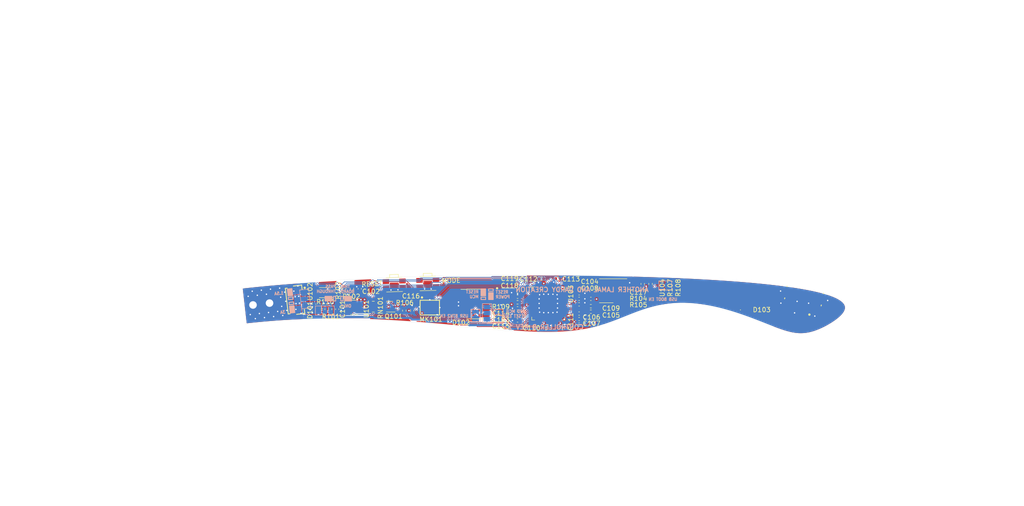
<source format=kicad_pcb>
(kicad_pcb (version 20211014) (generator pcbnew)
  (layers (0 "F.Cu" mixed) (1 "In1.Cu" power) (2 "In2.Cu" power) (31 "B.Cu" mixed) (34 "B.Paste" user) (35 "F.Paste" user) (36 "B.SilkS" user "B.Silkscreen") (37 "F.SilkS" user "F.Silkscreen") (38 "B.Mask" user) (39 "F.Mask" user) (44 "Edge.Cuts" user))
  (net 0 "")
  (net 1 "+5V")
  (net 2 "GND")
  (net 3 "+3V3")
  (net 4 "+1V1")
  (net 5 "/3V3_EN")
  (net 6 "/nRESET")
  (net 7 "/USER_BUTTON_1")
  (net 8 "/OSC_OUT_DIV")
  (net 9 "/OSC_IN")
  (net 10 "VDD")
  (net 11 "VBUS")
  (net 12 "/VDD_DBG")
  (net 13 "/VDD_USB")
  (net 14 "/LED_CLK_5V0")
  (net 15 "/LED_MOSI_5V0")
  (net 16 "/SPARE_0_5V0")
  (net 17 "/SPARE_1_5V0")
  (net 18 "/SWDIO")
  (net 19 "/DBG_UART_RX")
  (net 20 "/SWCLK")
  (net 21 "/DBG_LED_0")
  (net 22 "/DBG_UART_TX")
  (net 23 "/DBG_LED_1")
  (net 24 "/DBG_LED_2")
  (net 25 "/nRESET_SWD")
  (net 26 "/USB_D_N")
  (net 27 "/USB_D_P")
  (net 29 "/USER_BUTTON_2")
  (net 30 "/BOOTSEL")
  (net 31 "/MIC_MISO")
  (net 32 "/MIC_CLK")
  (net 33 "/SPARE_0_3V3")
  (net 34 "/SPARE_1_3V3")
  (net 35 "/LED_SPI_DIR")
  (net 36 "/USB_D_TERM_P")
  (net 37 "/USB_D_TERM_N")
  (net 38 "/FLASH_nCS")
  (net 39 "/OSC_OUT")
  (net 40 "/LED_CLK_3V3")
  (net 41 "/LED_MOSI_3V3")
  (net 58 "/FLASH_IO3")
  (net 59 "/FLASH_CLK")
  (net 60 "/FLASH_IO0")
  (net 61 "/FLASH_IO2")
  (net 62 "/FLASH_IO1")
  (net 65 "/RESET_BUTTON")
  (net 66 "/MIC_SELECT")
  (net 69 "/VDD_OR_GND")
  (footprint "Resistor_SMD:R_0402_1005Metric" (layer "F.Cu") (at 121.85 103.25 90)
    (fp_text reference "R103")
    (fp_text value "DNP" hide)
  )
  (footprint "Capacitor_SMD:C_0402_1005Metric" (layer "F.Cu") (at 136.65 108 90)
    (fp_text reference "C116")
    (fp_text value "100n" hide)
  )
  (footprint "Capacitor_SMD:C_0402_1005Metric" (layer "F.Cu") (at 159.6 105 180)
    (fp_text reference "C118")
    (fp_text value "10p" hide)
  )
  (footprint "Package_DFN_QFN:QFN-56-1EP_7x7mm_P0.4mm_EP3.2x3.2mm" (layer "F.Cu") (at 166.3 106.45 -90)
    (fp_text reference "U103")
    (fp_text value "RP2040" hide)
  )
  (footprint "Capacitor_SMD:C_0402_1005Metric" (layer "F.Cu") (at 169.4 111.85)
    (fp_text reference "C111")
    (fp_text value "100n" hide)
  )
  (footprint "Package_SO:VSSOP-8_2.3x2mm_P0.5mm" (layer "F.Cu") (at 117.55 104.1 180)
    (fp_text reference "U102")
    (fp_text value "74LVC2T45HK3" hide)
  )
  (footprint "rave_shades:USB_Micro-B_Amphenol_10118192_Horizontal" (layer "F.Cu") (at 221.981799 104.783943 169)
    (fp_text reference "J103" hide)
    (fp_text value "USB Micro B" hide)
  )
  (footprint "Resistor_SMD:R_0402_1005Metric" (layer "F.Cu") (at 123.55 103.25 -90)
    (fp_text reference "R102")
    (fp_text value "10k" hide)
  )
  (footprint "Package_TO_SOT_SMD:SOT-363_SC-70-6" (layer "F.Cu") (at 131.75 107.15 180)
    (fp_text reference "Q101")
    (fp_text value "NMOS" hide)
  )
  (footprint "Capacitor_SMD:C_0402_1005Metric" (layer "F.Cu") (at 120.35 107.7 -90)
    (fp_text reference "C101")
    (fp_text value "1u" hide)
  )
  (footprint "rave_shades:M1.4 Mounting Hole" (layer "F.Cu") (at 105.615083 106.373027 6.5)
    (fp_text reference "H101" hide)
    (fp_text value "MountingHole" hide)
  )
  (footprint "Capacitor_SMD:C_0402_1005Metric" (layer "F.Cu") (at 159.6 103.8)
    (fp_text reference "C119")
    (fp_text value "10p" hide)
  )
  (footprint "Capacitor_SMD:C_0402_1005Metric" (layer "F.Cu") (at 125.25 103.25 90)
    (fp_text reference "C102")
    (fp_text value "1u" hide)
  )
  (footprint "Package_TO_SOT_SMD:TSOT-23-5" (layer "F.Cu") (at 124.05 107.3)
    (fp_text reference "U101")
    (fp_text value "NCP115ASN330T2G" hide)
  )
  (footprint "Connector_PinHeader_1.27mm:PinHeader_2x05_P1.27mm_Vertical_SMD" (layer "F.Cu") (at 150.35 106.55)
    (fp_text reference "J102" hide)
    (fp_text value "SWD Header" hide)
  )
  (footprint "Button_Switch_SMD:SW_SPST_EVQP7A" (layer "F.Cu") (at 132.776265 102.35 -178)
    (fp_text reference "SW101" hide)
    (fp_text value "User Button" hide)
  )
  (footprint "Capacitor_SMD:C_0402_1005Metric" (layer "F.Cu") (at 164.8 101.05 180)
    (fp_text reference "C112")
    (fp_text value "100n" hide)
  )
  (footprint "Capacitor_SMD:C_0402_1005Metric" (layer "F.Cu") (at 173 109.85)
    (fp_text reference "C106")
    (fp_text value "1u" hide)
  )
  (footprint "Diode_SMD:D_0402_1005Metric" (layer "F.Cu") (at 209.2 107.85)
    (fp_text reference "D103")
    (fp_text value "Polarity Protection" hide)
  )
  (footprint "Resistor_SMD:R_0402_1005Metric" (layer "F.Cu") (at 134.95 108 -90)
    (fp_text reference "R106")
    (fp_text value "10k" hide)
  )
  (footprint "Capacitor_SMD:C_0402_1005Metric" (layer "F.Cu") (at 159.6 107.5 180)
    (fp_text reference "C114")
    (fp_text value "100n" hide)
  )
  (footprint "Button_Switch_SMD:SW_SPST_EVQP7A" (layer "F.Cu") (at 140.077101 102.1 -178.5)
    (fp_text reference "SW102" hide)
    (fp_text value "User Button" hide)
  )
  (footprint "Resistor_SMD:R_0402_1005Metric" (layer "F.Cu") (at 117.3 107.7 -90)
    (fp_text reference "R110")
    (fp_text value "15k" hide)
  )
  (footprint "Resistor_SMD:R_Array_Convex_4x0402" (layer "F.Cu") (at 128.2 107.15)
    (fp_text reference "RN101")
    (fp_text value "10k" hide)
  )
  (footprint "Capacitor_SMD:C_0402_1005Metric" (layer "F.Cu") (at 173 105.45)
    (fp_text reference "C108")
    (fp_text value "100n" hide)
  )
  (footprint "Capacitor_SMD:C_0402_1005Metric" (layer "F.Cu") (at 159.6 108.6 180)
    (fp_text reference "C103")
    (fp_text value "100n" hide)
  )
  (footprint "Capacitor_SMD:C_0402_1005Metric" (layer "F.Cu") (at 159.6 110.15 180)
    (fp_text reference "C115")
    (fp_text value "100n" hide)
  )
  (footprint "rave_shades:SPK0641HT4H-1" (layer "F.Cu") (at 140.5 107.35 -90)
    (fp_text reference "MK101")
    (fp_text value "SPK0641HT4H-1" hide)
  )
  (footprint "Capacitor_SMD:C_0402_1005Metric" (layer "F.Cu") (at 168.4 101.05 180)
    (fp_text reference "C113")
    (fp_text value "100n" hide)
  )
  (footprint "rave_shades:CF35082D0RE-NH" (layer "F.Cu") (at 112.947642 105.537591 -83.5)
    (fp_text reference "J101" hide)
    (fp_text value "Front Pannel Connector" hide)
  )
  (footprint "Package_SON:WSON-8-1EP_6x5mm_P1.27mm_EP3.4x4.3mm" (layer "F.Cu") (at 180.41 103.69 180)
    (fp_text reference "U104")
    (fp_text value "W25Q16JVUXIQ" hide)
  )
  (footprint "Capacitor_SMD:C_0402_1005Metric" (layer "F.Cu") (at 175.55 105.45 180)
    (fp_text reference "C117")
    (fp_text value "100n" hide)
  )
  (footprint "Capacitor_SMD:C_0402_1005Metric" (layer "F.Cu") (at 173 106.65)
    (fp_text reference "C109")
    (fp_text value "100n" hide)
  )
  (footprint "Resistor_SMD:R_0402_1005Metric" (layer "F.Cu") (at 159.6 106.2)
    (fp_text reference "R109")
    (fp_text value "1k" hide)
  )
  (footprint "Capacitor_SMD:C_0402_1005Metric" (layer "F.Cu") (at 173 111.05)
    (fp_text reference "C107")
    (fp_text value "100n" hide)
  )
  (footprint "Diode_SMD:D_0402_1005Metric" (layer "F.Cu") (at 115.7 107.7 -90)
    (fp_text reference "D101")
    (fp_text value "Polarity Protection" hide)
  )
  (footprint "Capacitor_SMD:C_0402_1005Metric" (layer "F.Cu") (at 173 104.25)
    (fp_text reference "C104")
    (fp_text value "100n" hide)
  )
  (footprint "Resistor_SMD:R_0402_1005Metric" (layer "F.Cu") (at 186.85 102.2 -90)
    (fp_text reference "R107")
    (fp_text value "10k" hide)
  )
  (footprint "Diode_SMD:D_0402_1005Metric" (layer "F.Cu") (at 144.85 108.95 90)
    (fp_text reference "D102")
    (fp_text value "Polarity Protection" hide)
  )
  (footprint "Resistor_SMD:R_0402_1005Metric" (layer "F.Cu") (at 188.55 102.2 90)
    (fp_text reference "R108")
    (fp_text value "1k" hide)
  )
  (footprint "Resistor_SMD:R_0402_1005Metric" (layer "F.Cu") (at 175.55 107.05 180)
    (fp_text reference "R104")
    (fp_text value "27R" hide)
  )
  (footprint "rave_shades:ECS-120-10-36B2-CWY-TR" (layer "F.Cu") (at 156.65 104.95 -90)
    (fp_text reference "Y101" hide)
    (fp_text value "12MHz" hide)
  )
  (footprint "rave_shades:M1.4 Mounting Hole" (layer "F.Cu") (at 102.018352 106.782825 6.5)
    (fp_text reference "H102" hide)
    (fp_text value "MountingHole" hide)
  )
  (footprint "Resistor_SMD:R_0402_1005Metric" (layer "F.Cu") (at 118.8 107.7 90)
    (fp_text reference "R101")
    (fp_text value "75k" hide)
  )
  (footprint "Capacitor_SMD:C_0402_1005Metric" (layer "F.Cu") (at 165.8 111.85)
    (fp_text reference "C110")
    (fp_text value "100n" hide)
  )
  (footprint "Capacitor_SMD:C_0402_1005Metric" (layer "F.Cu") (at 173 108.65)
    (fp_text reference "C105")
    (fp_text value "1u" hide)
  )
  (footprint "rave_shades:outline_side_b_r1" (layer "F.Cu") (at 100.031206 107.009232 6.5)
    (fp_text reference "REF**" hide)
    (fp_text value "outline_side_b_r1" hide)
    (fp_line (start 0 4) (end 0 -4) (layer "Edge.Cuts") (width 0.02))
    (fp_curve (pts (xy 126.251 11.67901) (xy 129.172 12.94229) (xy 130.193 14.06928) (xy 130.145 15.08028)) (layer "Edge.Cuts") (width 0.02))
    (fp_curve (pts (xy 80.9145 12.15724) (xy 79.2655 12.59475) (xy 77.5045 13.02205) (xy 75.485 13.29964)) (layer "Edge.Cuts") (width 0.02))
    (fp_curve (pts (xy 98.531 5.12723) (xy 103.365 5.93571) (xy 107.597 6.72209) (xy 111.229 7.48639)) (layer "Edge.Cuts") (width 0.02))
    (fp_curve (pts (xy 90.1191 10.20603) (xy 88.6148 10.32083) (xy 87.1244 10.57563) (xy 85.6118 10.92582)) (layer "Edge.Cuts") (width 0.02))
    (fp_curve (pts (xy 111.229 7.48639) (xy 114.863 8.248741) (xy 117.897 8.982479) (xy 120.379 9.682018)) (layer "Edge.Cuts") (width 0.02))
    (fp_curve (pts (xy 41.5606 -1.8161) (xy 48.8868 -1.1841) (xy 56.1197 -0.46206) (xy 62.9808 0.30175)) (layer "Edge.Cuts") (width 0.02))
    (fp_curve (pts (xy 123.29 19.5009) (xy 122.566 19.6831) (xy 121.859 19.7924) (xy 121.169 19.8287)) (layer "Edge.Cuts") (width 0.02))
    (fp_curve (pts (xy 44.9524 9.472484) (xy 39.5499 8.335335) (xy 33.2524 7.0395) (xy 25.8333 5.95318)) (layer "Edge.Cuts") (width 0.02))
    (fp_curve (pts (xy 19.7286 -3.3775) (xy 26.8231 -2.9892) (xy 34.2393 -2.4476) (xy 41.5606 -1.8161)) (layer "Edge.Cuts") (width 0.02))
    (fp_curve (pts (xy 85.6118 10.92582) (xy 84.0972 11.27397) (xy 82.5614 11.71844) (xy 80.9145 12.15724)) (layer "Edge.Cuts") (width 0.02))
    (fp_curve (pts (xy 94.6638 10.27399) (xy 93.1374 10.11226) (xy 91.6225 10.089606) (xy 90.1191 10.20603)) (layer "Edge.Cuts") (width 0.02))
    (fp_curve (pts (xy 130.145 15.08028) (xy 130.096 16.08964) (xy 129.005 16.98971) (xy 127.662 17.75478)) (layer "Edge.Cuts") (width 0.02))
    (fp_curve (pts (xy 75.485 13.29964) (xy 73.4641 13.5782) (xy 71.1838 13.702) (xy 68.4557 13.55893)) (layer "Edge.Cuts") (width 0.02))
    (fp_curve (pts (xy 58.7063 12.30558) (xy 54.8634 11.60933) (xy 50.3549 10.61772) (xy 44.9524 9.472484)) (layer "Edge.Cuts") (width 0.02))
    (fp_curve (pts (xy 0 -4) (xy 5.87122 -3.9997) (xy 12.6399 -3.7652) (xy 19.7286 -3.3775)) (layer "Edge.Cuts") (width 0.02))
    (fp_curve (pts (xy 82.3025 2.68587) (xy 88.2674 3.49986) (xy 93.7005 4.32132) (xy 98.531 5.12723)) (layer "Edge.Cuts") (width 0.02))
    (fp_curve (pts (xy 111.4 16.27738) (xy 110.3 15.69509) (xy 109.097 15.06801) (xy 107.804 14.44184)) (layer "Edge.Cuts") (width 0.02))
    (fp_curve (pts (xy 114.409 17.86299) (xy 113.498 17.39828) (xy 112.5 16.86026) (xy 111.4 16.27738)) (layer "Edge.Cuts") (width 0.02))
    (fp_curve (pts (xy 68.4557 13.55893) (xy 65.7266 13.4192) (xy 62.5487 13.00754) (xy 58.7063 12.30558)) (layer "Edge.Cuts") (width 0.02))
    (fp_curve (pts (xy 125.504 18.77872) (xy 124.76 19.075) (xy 124.014 19.321) (xy 123.29 19.5009)) (layer "Edge.Cuts") (width 0.02))
    (fp_curve (pts (xy 127.662 17.75478) (xy 126.988 18.13631) (xy 126.247 18.48236) (xy 125.504 18.77872)) (layer "Edge.Cuts") (width 0.02))
    (fp_curve (pts (xy 107.804 14.44184) (xy 105.22 13.18919) (xy 102.27 11.94817) (xy 99.238 11.13927)) (layer "Edge.Cuts") (width 0.02))
    (fp_curve (pts (xy 62.9808 0.30175) (xy 69.8459 1.06604) (xy 76.3409 1.87229) (xy 82.3025 2.68587)) (layer "Edge.Cuts") (width 0.02))
    (fp_curve (pts (xy 121.169 19.8287) (xy 120.477 19.8631) (xy 119.796 19.8176) (xy 119.098 19.6848)) (layer "Edge.Cuts") (width 0.02))
    (fp_curve (pts (xy 25.8333 5.95318) (xy 18.4148 4.87732) (xy 9.8736 4.00591) (xy 0 4)) (layer "Edge.Cuts") (width 0.02))
    (fp_curve (pts (xy 99.238 11.13927) (xy 97.723 10.73341) (xy 96.1888 10.43462) (xy 94.6638 10.27399)) (layer "Edge.Cuts") (width 0.02))
    (fp_curve (pts (xy 119.098 19.6848) (xy 117.703 19.4228) (xy 116.233 18.79656) (xy 114.409 17.86299)) (layer "Edge.Cuts") (width 0.02))
    (fp_curve (pts (xy 120.379 9.682018) (xy 122.861 10.38175) (xy 124.793 11.04749) (xy 126.251 11.67901)) (layer "Edge.Cuts") (width 0.02))
  )
  (footprint "Resistor_SMD:R_0402_1005Metric" (layer "F.Cu") (at 175.55 108.25 180)
    (fp_text reference "R105")
    (fp_text value "27R" hide)
  )
  (footprint "Jumper:SolderJumper-2_P1.3mm_Open_TrianglePad1.0x1.5mm" (layer "B.Cu") (at 191.75 102.55 180)
    (fp_text reference "JP106" hide)
    (fp_text value "SolderJumper_2_Open" hide)
  )
  (footprint "rave_shades:SolderJumper-3_P1.3mm_Open_Pad1.0x1.5mm" (layer "B.Cu") (at 117.65 108 180)
    (fp_text reference "JP102" hide)
    (fp_text value "SolderJumper_3_Open" hide)
  )
  (footprint "Jumper:SolderJumper-2_P1.3mm_Open_TrianglePad1.0x1.5mm" (layer "B.Cu") (at 150.45 109.1 90)
    (fp_text reference "JP105" hide)
    (fp_text value "SolderJumper_2_Open" hide)
  )
  (footprint "Jumper:SolderJumper-2_P1.3mm_Open_TrianglePad1.0x1.5mm" (layer "B.Cu") (at 155.45 109.1 90)
    (fp_text reference "JP101" hide)
    (fp_text value "SolderJumper_2_Open" hide)
  )
  (footprint "rave_shades:SolderJumper-3_P1.3mm_Open_Pad1.0x1.5mm" (layer "B.Cu") (at 113.38 105.46 96.5)
    (fp_text reference "JP107" hide)
    (fp_text value "SolderJumper_3_Open" hide)
  )
  (footprint "rave_shades:SolderJumper-3_P1.3mm_Open_Pad1.0x1.5mm" (layer "B.Cu") (at 152.95 108.55 90)
    (fp_text reference "JP104" hide)
    (fp_text value "SolderJumper_3_Open" hide)
  )
  (gr_poly (pts (xy 110.118604 108.536625) (xy 109.9488 107.046266) (xy 110.942373 106.933063) (xy 111.112179 108.423422)) (layer "B.SilkS") (width 0.2) (fill solid))
  (gr_poly (pts (xy 152.65 103.280001) (xy 152.65 104.780002) (xy 151.65 104.780001) (xy 151.649999 103.280001)) (layer "B.SilkS") (width 0.2) (fill solid))
  (gr_poly (pts (xy 110.686224 105.017943) (xy 110.742826 105.514728) (xy 109.749254 105.627932) (xy 109.692653 105.131147)) (layer "B.SilkS") (width 0.2) (fill none))
  (gr_poly (pts (xy 119.519999 104.9) (xy 120.019999 104.900001) (xy 120.02 105.900001) (xy 119.519999 105.900001)) (layer "B.SilkS") (width 0.2) (fill none))
  (gr_poly (pts (xy 110.480196 103.209641) (xy 110.65 104.7) (xy 109.656427 104.813203) (xy 109.486621 103.322844)) (layer "B.SilkS") (width 0.2) (fill solid))
  (gr_poly (pts (xy 123.449999 105.900001) (xy 121.949998 105.900001) (xy 121.949999 104.900001) (xy 123.449999 104.9)) (layer "B.SilkS") (width 0.2) (fill solid))
  (gr_poly (pts (xy 153.3 105.600001) (xy 153.3 104.1) (xy 154.3 104.100001) (xy 154.300001 105.600001)) (layer "B.SilkS") (width 0.2) (fill solid))
  (gr_poly (pts (xy 121.629999 105.900001) (xy 121.129999 105.9) (xy 121.129998 104.9) (xy 121.629999 104.9)) (layer "B.SilkS") (width 0.2) (fill none))
  (gr_poly (pts (xy 109.912576 106.728323) (xy 109.855974 106.231538) (xy 110.849546 106.118334) (xy 110.906147 106.615119)) (layer "B.SilkS") (width 0.2) (fill none))
  (gr_poly (pts (xy 152.65 105.100001) (xy 152.649999 105.600001) (xy 151.649999 105.600002) (xy 151.649999 105.100001)) (layer "B.SilkS") (width 0.2) (fill none))
  (gr_poly (pts (xy 153.3 103.780001) (xy 153.300001 103.280001) (xy 154.300001 103.28) (xy 154.300001 103.780001)) (layer "B.SilkS") (width 0.2) (fill none))
  (gr_poly (pts (xy 117.699999 104.9) (xy 119.2 104.9) (xy 119.199999 105.9) (xy 117.699999 105.900001)) (layer "B.SilkS") (width 0.2) (fill solid))
  (gr_text "CONTROLLER B REV 1" (at 165.75 111.6) (layer "B.SilkS") (effects (font (size 1 1) (thickness 0.2)) (justify mirror)))
  (gr_text "3A" (at 108.5 108.35 6.5) (layer "B.SilkS") (effects (font (size 0.65 0.6)) (justify mirror)))
  (gr_text "1.5A" (at 107.65 104.25 6.5) (layer "B.SilkS") (effects (font (size 0.65 0.6)) (justify mirror)))
  (gr_text "SWD MCU\nRESET EN" (at 157.05 108.7) (layer "B.SilkS") (effects (font (size 0.65 0.6)) (justify right mirror)))
  (gr_text "PASS\nTHROUGH" (at 120.15 103.3) (layer "B.SilkS") (effects (font (size 0.65 0.6)) (justify left mirror)))
  (gr_text "ANOTHER LAMAL AND DARDY CREATION" (at 173.65 103.45) (layer "B.SilkS") (effects (font (size 1 1) (thickness 0.2)) (justify mirror)))
  (gr_text "THIS\nBOARD\n\n\nONLY" (at 121.05 104.9) (layer "B.SilkS") (effects (font (size 0.65 0.6)) (justify right mirror)))
  (gr_text "USB BOOT EN" (at 194.45 105.55) (layer "B.SilkS") (effects (font (size 0.65 0.6)) (justify left mirror)))
  (gr_text "RESET\nMCU" (at 151.2 104.450001) (layer "B.SilkS") (effects (font (size 0.65 0.6)) (justify left mirror)))
  (gr_text "RESET\nPOWER" (at 154.75 104.500001) (layer "B.SilkS") (effects (font (size 0.65 0.6)) (justify right mirror)))
  (gr_text "USR BTN2 EN" (at 148.975 109.175) (layer "B.SilkS") (effects (font (size 0.65 0.6)) (justify left mirror)))
  (gr_text "MODE" (at 145.125 101.475 2) (layer "F.SilkS") (effects (font (size 1 1))))
  (gr_text "RESET" (at 127.925 102.2 2.5) (layer "F.SilkS") (effects (font (size 1 1))))
  (segment (start 126.725 107.725) (end 126.9 107.9) (width 0.15) (layer "F.Cu") (net 1))
  (segment (start 123.825 107.4) (end 125.8 107.4) (width 0.15) (layer "F.Cu") (net 1))
  (segment (start 127.7 107.4) (end 127.05 107.4) (width 0.15) (layer "F.Cu") (net 1))
  (segment (start 127.05 107.4) (end 126.725 107.725) (width 0.15) (layer "F.Cu") (net 1))
  (segment (start 126.125 107.725) (end 126.725 107.725) (width 0.15) (layer "F.Cu") (net 1))
  (segment (start 126.9 107.9) (end 127.7 107.9) (width 0.15) (layer "F.Cu") (net 1))
  (segment (start 125.8 107.4) (end 126.125 107.725) (width 0.15) (layer "F.Cu") (net 1))
  (via (at 118.5 106.4) (size 0.5) (drill 0.3) (layers "F.Cu" "B.Cu") (net 1))
  (via (at 119.4 106.4) (size 0.5) (drill 0.3) (layers "F.Cu" "B.Cu") (net 1))
  (segment (start 118.95 106.625) (end 118.95 108) (width 0.5) (layer "B.Cu") (net 1))
  (segment (start 118.5 106.4) (end 119.4 106.4) (width 0.5) (layer "B.Cu") (net 1))
  (segment (start 133.575 103.475) (end 134.043258 103.006742) (width 0.15) (layer "F.Cu") (net 2))
  (segment (start 146.75 106.55) (end 148.4 106.55) (width 0.5) (layer "F.Cu") (net 2))
  (segment (start 164.4 108.35) (end 166.3 106.45) (width 0.15) (layer "F.Cu") (net 2))
  (segment (start 173.48 109.85) (end 174.25 109.85) (width 0.15) (layer "F.Cu") (net 2))
  (segment (start 169.9 111) (end 169.88 111.02) (width 0.15) (layer "F.Cu") (net 2))
  (segment (start 167.3 108.45) (end 167.3 107.45) (width 0.15) (layer "F.Cu") (net 2))
  (segment (start 167.45 101.8) (end 167.45 101.52) (width 0.15) (layer "F.Cu") (net 2))
  (segment (start 159.12 110.15) (end 158.5 110.15) (width 0.15) (layer "F.Cu") (net 2))
  (segment (start 142.1 108.9) (end 141.7625 108.5625) (width 0.15) (layer "F.Cu") (net 2))
  (segment (start 223.159752 105.012914) (end 222.95 106.4) (width 0.15) (layer "F.Cu") (net 2))
  (segment (start 156 105.55) (end 156 106.75) (width 0.15) (layer "F.Cu") (net 2))
  (segment (start 173.9 106.65) (end 173.48 106.65) (width 0.15) (layer "F.Cu") (net 2))
  (segment (start 168.2 108.35) (end 166.3 106.45) (width 0.15) (layer "F.Cu") (net 2))
  (segment (start 138.7875 107.35) (end 138.35 107.35) (width 0.15) (layer "F.Cu") (net 2))
  (segment (start 122.6 104.45) (end 122.54 104.45) (width 0.15) (layer "F.Cu") (net 2))
  (segment (start 220.171417 107.284447) (end 219.9 108.5) (width 0.5) (layer "F.Cu") (net 2))
  (segment (start 121.85 107.3) (end 122.9125 107.3) (width 0.5) (layer "F.Cu") (net 2))
  (segment (start 218.427651 106.690814) (end 216.91623 106.38377) (width 0.15) (layer "F.Cu") (net 2))
  (segment (start 132.05 103.525) (end 131.65738 103.13238) (width 0.15) (layer "F.Cu") (net 2))
  (segment (start 118.3 103.3) (end 118.35 103.35) (width 0.15) (layer "F.Cu") (net 2))
  (segment (start 166.3 104.45) (end 166.3 106.45) (width 0.15) (layer "F.Cu") (net 2))
  (segment (start 158.3 104.1) (end 158.82 104.1) (width 0.15) (layer "F.Cu") (net 2))
  (segment (start 220.45 106) (end 220.803846 104.554972) (width 0.15) (layer "F.Cu") (net 2))
  (segment (start 224.562821 107.88337) (end 224.3 109.2) (width 0.15) (layer "F.Cu") (net 2))
  (segment (start 173.9 111.05) (end 173.48 111.05) (width 0.15) (layer "F.Cu") (net 2))
  (segment (start 142.2125 107.35) (end 142.7 107.35) (width 0.15) (layer "F.Cu") (net 2))
  (segment (start 183.11 101.785) (end 183.835 101.785) (width 0.15) (layer "F.Cu") (net 2))
  (segment (start 173.9 108.65) (end 173.48 108.65) (width 0.15) (layer "F.Cu") (net 2))
  (segment (start 118.35 103.35) (end 119.1 103.35) (width 0.15) (layer "F.Cu") (net 2))
  (segment (start 117.3 106.55) (end 117.3 107.19) (width 0.15) (layer "F.Cu") (net 2))
  (segment (start 125.25 102.77) (end 124.63 102.77) (width 0.15) (layer "F.Cu") (net 2))
  (segment (start 160.08 104.88) (end 159.6 104.4) (width 0.15) (layer "F.Cu") (net 2))
  (segment (start 164.3 105.45) (end 165.3 105.45) (width 0.15) (layer "F.Cu") (net 2))
  (segment (start 225.711982 105.509017) (end 227.1 105.8) (width 0.15) (layer "F.Cu") (net 2))
  (segment (start 131.65738 103.13238) (end 131.002489 103.13238) (width 0.15) (layer "F.Cu") (net 2))
  (segment (start 120.97 108.18) (end 121.2 107.95) (width 0.5) (layer "F.Cu") (net 2))
  (segment (start 165.3 108.45) (end 165.3 107.45) (width 0.15) (layer "F.Cu") (net 2))
  (segment (start 136.65 107.52) (end 136.65 106.9) (width 0.15) (layer "F.Cu") (net 2))
  (segment (start 125.87 102.77) (end 125.9 102.8) (width 0.15) (layer "F.Cu") (net 2))
  (segment (start 165.3 105.45) (end 165.3 104.45) (width 0.15) (layer "F.Cu") (net 2))
  (segment (start 183.835 101.785) (end 184 101.95) (width 0.15) (layer "F.Cu") (net 2))
  (segment (start 164.4 104.55) (end 166.3 106.45) (width 0.15) (layer "F.Cu") (net 2))
  (segment (start 169.88 111.02) (end 169.88 111.85) (width 0.15) (layer "F.Cu") (net 2))
  (segment (start 174.25 110.7) (end 173.9 111.05) (width 0.15) (layer "F.Cu") (net 2))
  (segment (start 158.4 108.75) (end 158.55 108.6) (width 0.15) (layer "F.Cu") (net 2))
  (segment (start 167.3 104.45) (end 167.3 105.45) (width 0.15) (layer "F.Cu") (net 2))
  (segment (start 140.5 106.1375) (end 140.5 105.65) (width 0.15) (layer "F.Cu") (net 2))
  (segment (start 166.3 108.45) (end 166.3 106.45) (width 0.15) (layer "F.Cu") (net 2))
  (segment (start 138.35 107.35) (end 138.2 107.2) (width 0.15) (layer "F.Cu") (net 2))
  (segment (start 159.12 107.5) (end 158.5 107.5) (width 0.15) (layer "F.Cu") (net 2))
  (segment (start 124.63 102.77) (end 124.6 102.8) (width 0.15) (layer "F.Cu") (net 2))
  (segment (start 174.25 109) (end 173.9 108.65) (width 0.15) (layer "F.Cu") (net 2))
  (segment (start 159.12 103.92) (end 159.6 104.4) (width 0.15) (layer "F.Cu") (net 2))
  (segment (start 140.8 103.3) (end 141.327365 102.772635) (width 0.15) (layer "F.Cu") (net 2))
  (segment (start 167.45 101.52) (end 167.92 101.05) (width 0.15) (layer "F.Cu") (net 2))
  (segment (start 120.42 108.18) (end 120.97 108.18) (width 0.5) (layer "F.Cu") (net 2))
  (segment (start 175.07 105.45) (end 173.48 105.45) (width 0.15) (layer "F.Cu") (net 2))
  (segment (start 138.941872 102.866872) (end 138.296565 102.866872) (width 0.15) (layer "F.Cu") (net 2))
  (segment (start 220.171417 107.284447) (end 220.45 106) (width 0.5) (layer "F.Cu") (net 2))
  (segment (start 168.3 105.45) (end 167.3 105.45) (width 0.15) (layer "F.Cu") (net 2))
  (segment (start 121.65 107.5) (end 121.85 107.3) (width 0.5) (layer "F.Cu") (net 2))
  (segment (start 164.3 107.45) (end 165.3 107.45) (width 0.15) (layer "F.Cu") (net 2))
  (segment (start 173.48 104.25) (end 174.25 104.25) (width 0.15) (layer "F.Cu") (net 2))
  (segment (start 158.82 104.1) (end 159.12 103.8) (width 0.15) (layer "F.Cu") (net 2))
  (segment (start 168.3 106.45) (end 164.3 106.45) (width 0.15) (layer "F.Cu") (net 2))
  (segment (start 158.3 104.1) (end 157.3 104.1) (width 0.15) (layer "F.Cu") (net 2))
  (segment (start 168.2 104.55) (end 166.3 106.45) (width 0.15) (layer "F.Cu") (net 2))
  (segment (start 164.15 101.9) (end 164.32 101.73) (width 0.15) (layer "F.Cu") (net 2))
  (segment (start 146.75 106.15) (end 146.75 106.95) (width 0.5) (layer "F.Cu") (net 2))
  (segment (start 117.45 106.4) (end 117.3 106.55) (width 0.15) (layer "F.Cu") (net 2))
  (segment (start 168.3 107.45) (end 167.3 107.45) (width 0.15) (layer "F.Cu") (net 2))
  (segment (start 139.375 103.3) (end 138.941872 102.866872) (width 0.15) (layer "F.Cu") (net 2))
  (segment (start 174.25 106.3) (end 173.9 106.65) (width 0.15) (layer "F.Cu") (net 2))
  (segment (start 141.7625 108.5625) (end 140.5 108.5625) (width 0.15) (layer "F.Cu") (net 2))
  (segment (start 158.55 108.6) (end 159.12 108.6) (width 0.15) (layer "F.Cu") (net 2))
  (segment (start 218.251616 104.058869) (end 216.85 103.75) (width 0.15) (layer "F.Cu") (net 2))
  (segment (start 122.54 104.45) (end 121.85 103.76) (width 0.15) (layer "F.Cu") (net 2))
  (segment (start 164.32 101.73) (end 164.32 101.05) (width 0.15) (layer "F.Cu") (net 2))
  (segment (start 166.8 111.25) (end 166.28 111.77) (width 0.15) (layer "F.Cu") (net 2))
  (segment (start 121.2 107.95) (end 121.65 107.5) (width 0.5) (layer "F.Cu") (net 2))
  (segment (start 125.25 102.77) (end 125.87 102.77) (width 0.15) (layer "F.Cu") (net 2))
  (via (at 166.3 104.45) (size 0.5) (drill 0.3) (layers "F.Cu" "B.Cu") (net 2))
  (via (at 168.2 108.35) (size 0.5) (drill 0.3) (layers "F.Cu" "B.Cu") (net 2))
  (via (at 216.85 103.75) (size 0.5) (drill 0.3) (layers "F.Cu" "B.Cu") (net 2))
  (via (at 174.25 105.45) (size 0.5) (drill 0.3) (layers "F.Cu" "B.Cu") (net 2))
  (via (at 108.920328 103.991106) (size 0.5) (drill 0.3) (layers "F.Cu" "B.Cu") (net 2))
  (via (at 164.4 104.55) (size 0.5) (drill 0.3) (layers "F.Cu" "B.Cu") (net 2))
  (via (at 109.146734 105.97825) (size 0.5) (drill 0.3) (layers "F.Cu" "B.Cu") (net 2))
  (via (at 164.3 107.45) (size 0.5) (drill 0.3) (layers "F.Cu" "B.Cu") (net 2))
  (via (at 108.039955 105.09788) (size 0.5) (drill 0.3) (layers "F.Cu" "B.Cu") (net 2))
  (via (at 156 106.75) (size 0.5) (drill 0.3) (layers "F.Cu" "B.Cu") (net 2))
  (via (at 220.45 106) (size 0.5) (drill 0.3) (layers "F.Cu" "B.Cu") (net 2))
  (via (at 142.7 107.35) (size 0.5) (drill 0.3) (layers "F.Cu" "B.Cu") (net 2))
  (via (at 224.3 109.2) (size 0.5) (drill 0.3) (layers "F.Cu" "B.Cu") (net 2))
  (via (at 165.3 108.45) (size 0.5) (drill 0.3) (layers "F.Cu" "B.Cu") (net 2))
  (via (at 168.3 106.45) (size 0.5) (drill 0.3) (layers "F.Cu" "B.Cu") (net 2))
  (via (at 174.25 110.7) (size 0.5) (drill 0.3) (layers "F.Cu" "B.Cu") (net 2))
  (via (at 138.2 107.2) (size 0.5) (drill 0.3) (layers "F.Cu" "B.Cu") (net 2))
  (via (at 136.65 106.9) (size 0.5) (drill 0.3) (layers "F.Cu" "B.Cu") (net 2))
  (via (at 227.1 105.8) (size 0.5) (drill 0.3) (layers "F.Cu" "B.Cu") (net 2))
  (via (at 219.9 108.5) (size 0.5) (drill 0.3) (layers "F.Cu" "B.Cu") (net 2))
  (via (at 166.3 108.45) (size 0.5) (drill 0.3) (layers "F.Cu" "B.Cu") (net 2))
  (via (at 164.3 106.45) (size 0.5) (drill 0.3) (layers "F.Cu" "B.Cu") (net 2))
  (via (at 174.25 104.25) (size 0.5) (drill 0.3) (layers "F.Cu" "B.Cu") (net 2))
  (via (at 117.45 106.4) (size 0.5) (drill 0.3) (layers "F.Cu" "B.Cu") (net 2))
  (via (at 104.946038 104.44392) (size 0.5) (drill 0.3) (layers "F.Cu" "B.Cu") (net 2))
  (via (at 125.9 102.8) (size 0.5) (drill 0.3) (layers "F.Cu" "B.Cu") (net 2))
  (via (at 121.2 107.95) (size 0.5) (drill 0.3) (layers "F.Cu" "B.Cu") (net 2))
  (via (at 121.65 107.5) (size 0.5) (drill 0.3) (layers "F.Cu" "B.Cu") (net 2))
  (via (at 140.8 103.3) (size 0.5) (drill 0.3) (layers "F.Cu" "B.Cu") (net 2))
  (via (at 142.1 108.9) (size 0.5) (drill 0.3) (layers "F.Cu" "B.Cu") (net 2))
  (via (at 168.3 107.45) (size 0.5) (drill 0.3) (layers "F.Cu" "B.Cu") (net 2))
  (via (at 101.424563 108.871018) (size 0.5) (drill 0.3) (layers "F.Cu" "B.Cu") (net 2))
  (via (at 168.2 104.55) (size 0.5) (drill 0.3) (layers "F.Cu" "B.Cu") (net 2))
  (via (at 169.9 111) (size 0.5) (drill 0.3) (layers "F.Cu" "B.Cu") (net 2))
  (via (at 118.3 103.3) (size 0.5) (drill 0.3) (layers "F.Cu" "B.Cu") (net 2))
  (via (at 164.15 101.9) (size 0.5) (drill 0.3) (layers "F.Cu" "B.Cu") (net 2))
  (via (at 167.3 104.45) (size 0.5) (drill 0.3) (layers "F.Cu" "B.Cu") (net 2))
  (via (at 103.839265 103.56355) (size 0.5) (drill 0.3) (layers "F.Cu" "B.Cu") (net 2))
  (via (at 158.5 107.5) (size 0.5) (drill 0.3) (layers "F.Cu" "B.Cu") (net 2))
  (via (at 166.8 111.25) (size 0.5) (drill 0.3) (layers "F.Cu" "B.Cu") (net 2))
  (via (at 167.3 108.45) (size 0.5) (drill 0.3) (layers "F.Cu" "B.Cu") (net 2))
  (via (at 124.6 102.8) (size 0.5) (drill 0.3) (layers "F.Cu" "B.Cu") (net 2))
  (via (at 184 101.95) (size 0.5) (drill 0.3) (layers "F.Cu" "B.Cu") (net 2))
  (via (at 165.3 104.45) (size 0.5) (drill 0.3) (layers "F.Cu" "B.Cu") (net 2))
  (via (at 168.3 105.45) (size 0.5) (drill 0.3) (layers "F.Cu" "B.Cu") (net 2))
  (via (at 174.25 109) (size 0.5) (drill 0.3) (layers "F.Cu" "B.Cu") (net 2))
  (via (at 111.787837 102.657924) (size 0.5) (drill 0.3) (layers "F.Cu" "B.Cu") (net 2))
  (via (at 103.411707 108.644613) (size 0.5) (drill 0.3) (layers "F.Cu" "B.Cu") (net 2))
  (via (at 104.51848 109.524982) (size 0.5) (drill 0.3) (layers "F.Cu" "B.Cu") (net 2))
  (via (at 158.4 108.75) (size 0.5) (drill 0.3) (layers "F.Cu" "B.Cu") (net 2))
  (via (at 122.6 104.45) (size 0.5) (drill 0.3) (layers "F.Cu" "B.Cu") (net 2))
  (via (at 146.75 106.95) (size 0.5) (drill 0.3) (layers "F.Cu" "B.Cu") (net 2))
  (via (at 110.90747 103.7647) (size 0.5) (drill 0.3) (layers "F.Cu" "B.Cu") (net 2))
  (via (at 102.531339 109.751388) (size 0.5) (drill 0.3) (layers "F.Cu" "B.Cu") (net 2))
  (via (at 108.266364 107.085026) (size 0.5) (drill 0.3) (layers "F.Cu" "B.Cu") (net 2))
  (via (at 112.467056 108.619356) (size 0.5) (drill 0.3) (layers "F.Cu" "B.Cu") (net 2))
  (via (at 222.95 106.4) (size 0.5) (drill 0.3) (layers "F.Cu" "B.Cu") (net 2))
  (via (at 108.492771 109.072168) (size 0.5) (drill 0.3) (layers "F.Cu" "B.Cu") (net 2))
  (via (at 174.25 109.85) (size 0.5) (drill 0.3) (layers "F.Cu" "B.Cu") (net 2))
  (via (at 216.91623 106.38377) (size 0.5) (drill 0.3) (layers "F.Cu" "B.Cu") (net 2))
  (via (at 132.05 103.525) (size 0.5) (drill 0.3) (layers "F.Cu" "B.Cu") (net 2))
  (via (at 158.3 104.1) (size 0.5) (drill 0.3) (layers "F.Cu" "B.Cu") (net 2))
  (via (at 146.75 106.15) (size 0.5) (drill 0.3) (layers "F.Cu" "B.Cu") (net 2))
  (via (at 111.360282 107.738986) (size 0.5) (drill 0.3) (layers "F.Cu" "B.Cu") (net 2))
  (via (at 159.6 104.4) (size 0.5) (drill 0.3) (layers "F.Cu" "B.Cu") (net 2))
  (via (at 140.5 105.65) (size 0.5) (drill 0.3) (layers "F.Cu" "B.Cu") (net 2))
  (via (at 107.81355 103.110736) (size 0.5) (drill 0.3) (layers "F.Cu" "B.Cu") (net 2))
  (via (at 107.385995 108.1918) (size 0.5) (drill 0.3) (layers "F.Cu" "B.Cu") (net 2))
  (via (at 101.852121 103.789955) (size 0.5) (drill 0.3) (layers "F.Cu" "B.Cu") (net 2))
  (via (at 105.39885 108.418207) (size 0.5) (drill 0.3) (layers "F.Cu" "B.Cu") (net 2))
  (via (at 167.45 101.8) (size 0.5) (drill 0.3) (layers "F.Cu" "B.Cu") (net 2))
  (via (at 102.958894 104.670328) (size 0.5) (drill 0.3) (layers "F.Cu" "B.Cu") (net 2))
  (via (at 158.5 110.15) (size 0.5) (drill 0.3) (layers "F.Cu" "B.Cu") (net 2))
  (via (at 105.826407 103.337145) (size 0.5) (drill 0.3) (layers "F.Cu" "B.Cu") (net 2))
  (via (at 174.25 106.3) (size 0.5) (drill 0.3) (layers "F.Cu" "B.Cu") (net 2))
  (via (at 106.505626 109.298576) (size 0.5) (drill 0.3) (layers "F.Cu" "B.Cu") (net 2))
  (via (at 164.4 108.35) (size 0.5) (drill 0.3) (layers "F.Cu" "B.Cu") (net 2))
  (via (at 109.373138 107.965393) (size 0.5) (drill 0.3) (layers "F.Cu" "B.Cu") (net 2))
  (via (at 139.375 103.3) (size 0.5) (drill 0.3) (layers "F.Cu" "B.Cu") (net 2))
  (via (at 164.3 105.45) (size 0.5) (drill 0.3) (layers "F.Cu" "B.Cu") (net 2))
  (via (at 100.97175 104.896734) (size 0.5) (drill 0.3) (layers "F.Cu" "B.Cu") (net 2))
  (via (at 133.575 103.475) (size 0.5) (drill 0.3) (layers "F.Cu" "B.Cu") (net 2))
  (segment (start 169.1 108.65) (end 168.9 108.85) (width 0.15) (layer "F.Cu") (net 3))
  (segment (start 169.7375 108.65) (end 169.1 108.65) (width 0.15) (layer "F.Cu") (net 3))
  (segment (start 169.7375 107.05) (end 170.4 107.05) (width 0.15) (layer "F.Cu") (net 3))
  (segment (start 119.1 104.85) (end 119.25 105) (width 0.15) (layer "F.Cu") (net 3))
  (segment (start 130.8 107.15) (end 131.5 107.15) (width 0.15) (layer "F.Cu") (net 3))
  (segment (start 170.4 106.65) (end 170.6 106.85) (width 0.15) (layer "F.Cu") (net 3))
  (segment (start 170.6 108.85) (end 170.6 109.15) (width 0.15) (layer "F.Cu") (net 3))
  (segment (start 168.9 108.85) (end 168.9 109.8875) (width 0.15) (layer "F.Cu") (net 3))
  (segment (start 169.7375 108.65) (end 170.4 108.65) (width 0.15) (layer "F.Cu") (net 3))
  (segment (start 170.4 107.05) (end 170.6 106.85) (width 0.15) (layer "F.Cu") (net 3))
  (segment (start 172.52 106.65) (end 170.8 106.65) (width 0.15) (layer "F.Cu") (net 3))
  (segment (start 123.55 103.76) (end 125.22 103.76) (width 0.15) (layer "F.Cu") (net 3))
  (segment (start 132.7 107.15) (end 133.25 107.15) (width 0.15) (layer "F.Cu") (net 3))
  (segment (start 139.575 107.775) (end 138.8 108.55) (width 0.15) (layer "F.Cu") (net 3))
  (segment (start 123.55 104.35) (end 123.55 103.76) (width 0.15) (layer "F.Cu") (net 3))
  (segment (start 169.7375 108.65) (end 169.7375 109.05) (width 0.15) (layer "F.Cu") (net 3))
  (segment (start 119.25 105) (end 122.9 105) (width 0.15) (layer "F.Cu") (net 3))
  (segment (start 133.25 107.15) (end 133.6 106.8) (width 0.15) (layer "F.Cu") (net 3))
  (segment (start 170.8 106.65) (end 170.6 106.85) (width 0.15) (layer "F.Cu") (net 3))
  (segment (start 169.7375 106.65) (end 170.4 106.65) (width 0.15) (layer "F.Cu") (net 3))
  (segment (start 136.65 108.48) (end 136.43 108.48) (width 0.15) (layer "F.Cu") (net 3))
  (segment (start 122.9 105) (end 123.55 104.35) (width 0.15) (layer "F.Cu") (net 3))
  (segment (start 170.4 108.65) (end 170.6 108.85) (width 0.15) (layer "F.Cu") (net 3))
  (via (at 169.6 101.05) (size 0.5) (drill 0.3) (layers "F.Cu" "B.Cu") (net 3))
  (via (at 171.95 110.45) (size 0.5) (drill 0.3) (layers "F.Cu" "B.Cu") (net 3))
  (via (at 126.3 105.6) (size 0.5) (drill 0.3) (layers "F.Cu" "B.Cu") (net 3))
  (via (at 169.75 109.9) (size 0.5) (drill 0.3) (layers "F.Cu" "B.Cu") (net 3))
  (via (at 172.05 106.05) (size 0.5) (drill 0.3) (layers "F.Cu" "B.Cu") (net 3))
  (via (at 134.95 106.75) (size 0.5) (drill 0.3) (layers "F.Cu" "B.Cu") (net 3))
  (via (at 165.3 102.1) (size 0.5) (drill 0.3) (layers "F.Cu" "B.Cu") (net 3))
  (via (at 187.6 102.7) (size 0.5) (drill 0.3) (layers "F.Cu" "B.Cu") (net 3))
  (via (at 176.8 105.5) (size 0.5) (drill 0.3) (layers "F.Cu" "B.Cu") (net 3))
  (via (at 126.3 106.4) (size 0.5) (drill 0.3) (layers "F.Cu" "B.Cu") (net 3))
  (via (at 170.6 109.15) (size 0.5) (drill 0.3) (layers "F.Cu" "B.Cu") (net 3))
  (via (at 158.3 106.65) (size 0.5) (drill 0.3) (layers "F.Cu" "B.Cu") (net 3))
  (via (at 170.6 106.85) (size 0.5) (drill 0.3) (layers "F.Cu" "B.Cu") (net 3))
  (via (at 138.8 108.55) (size 0.5) (drill 0.3) (layers "F.Cu" "B.Cu") (net 3))
  (via (at 169.4 102.9) (size 0.5) (drill 0.3) (layers "F.Cu" "B.Cu") (net 3))
  (via (at 125.5 105.6) (size 0.5) (drill 0.3) (layers "F.Cu" "B.Cu") (net 3))
  (via (at 124.7 105.6) (size 0.5) (drill 0.3) (layers "F.Cu" "B.Cu") (net 3))
  (via (at 131.5 107.15) (size 0.5) (drill 0.3) (layers "F.Cu" "B.Cu") (net 3))
  (via (at 135.95 108) (size 0.5) (drill 0.3) (layers "F.Cu" "B.Cu") (net 3))
  (via (at 165.35 110.75) (size 0.5) (drill 0.3) (layers "F.Cu" "B.Cu") (net 3))
  (via (at 133.6 106.8) (size 0.5) (drill 0.3) (layers "F.Cu" "B.Cu") (net 3))
  (via (at 161.6 106.8) (size 0.5) (drill 0.3) (layers "F.Cu" "B.Cu") (net 3))
  (via (at 126.3 107.2) (size 0.5) (drill 0.3) (layers "F.Cu" "B.Cu") (net 3))
  (via (at 168.9 110.75) (size 0.5) (drill 0.3) (layers "F.Cu" "B.Cu") (net 3))
  (segment (start 171 106.05) (end 171 105.67132) (width 0.15) (layer "F.Cu") (net 4))
  (segment (start 169.7375 106.25) (end 170.8 106.25) (width 0.15) (layer "F.Cu") (net 4))
  (segment (start 169.7425 108.25) (end 170.85 108.25) (width 0.15) (layer "F.Cu") (net 4))
  (segment (start 161.15 107.5) (end 161.15 107.951472) (width 0.15) (layer "F.Cu") (net 4))
  (segment (start 171 105.67132) (end 172.42132 104.25) (width 0.15) (layer "F.Cu") (net 4))
  (segment (start 162.077409 107.05) (end 162.8675 107.05) (width 0.15) (layer "F.Cu") (net 4))
  (segment (start 170.8 106.25) (end 171 106.05) (width 0.15) (layer "F.Cu") (net 4))
  (segment (start 171.25 108.65) (end 171 108.4) (width 0.15) (layer "F.Cu") (net 4))
  (segment (start 161.15 107.5) (end 161.627409 107.5) (width 0.15) (layer "F.Cu") (net 4))
  (segment (start 170.85 108.25) (end 171 108.4) (width 0.15) (layer "F.Cu") (net 4))
  (segment (start 161.627409 107.5) (end 162.077409 107.05) (width 0.15) (layer "F.Cu") (net 4))
  (segment (start 161.15 107.951472) (end 160.501472 108.6) (width 0.15) (layer "F.Cu") (net 4))
  (segment (start 160.501472 108.6) (end 160.08 108.6) (width 0.15) (layer "F.Cu") (net 4))
  (segment (start 172.52 108.65) (end 171.25 108.65) (width 0.15) (layer "F.Cu") (net 4))
  (via (at 171 108.4) (size 0.5) (drill 0.3) (layers "F.Cu" "B.Cu") (net 4))
  (via (at 171 106.05) (size 0.5) (drill 0.3) (layers "F.Cu" "B.Cu") (net 4))
  (via (at 161.15 107.5) (size 0.5) (drill 0.3) (layers "F.Cu" "B.Cu") (net 4))
  (segment (start 161.15 107.5) (end 161.7 108.05) (width 0.15) (layer "B.Cu") (net 4))
  (segment (start 170.3 111.625328) (end 171.35 110.575328) (width 0.15) (layer "B.Cu") (net 4))
  (segment (start 162.025 111.475) (end 163.889403 111.475) (width 0.15) (layer "B.Cu") (net 4))
  (segment (start 167.918897 111.825) (end 168.11857 111.625328) (width 0.15) (layer "B.Cu") (net 4))
  (segment (start 171.2 108.2) (end 171 108.4) (width 0.15) (layer "B.Cu") (net 4))
  (segment (start 171.2 106.25) (end 171.2 108.2) (width 0.15) (layer "B.Cu") (net 4))
  (segment (start 168.11857 111.625328) (end 170.3 111.625328) (width 0.15) (layer "B.Cu") (net 4))
  (segment (start 171.35 108.75) (end 171 108.4) (width 0.15) (layer "B.Cu") (net 4))
  (segment (start 161.7 108.05) (end 161.7 111.15) (width 0.15) (layer "B.Cu") (net 4))
  (segment (start 164.239403 111.825) (end 167.918897 111.825) (width 0.15) (layer "B.Cu") (net 4))
  (segment (start 161.7 111.15) (end 162.025 111.475) (width 0.15) (layer "B.Cu") (net 4))
  (segment (start 171.35 110.575328) (end 171.35 108.75) (width 0.15) (layer "B.Cu") (net 4))
  (segment (start 163.889403 111.475) (end 164.239403 111.825) (width 0.15) (layer "B.Cu") (net 4))
  (segment (start 171 106.05) (end 171.2 106.25) (width 0.15) (layer "B.Cu") (net 4))
  (segment (start 122.9125 108.25) (end 122.187337 108.975163) (width 0.15) (layer "F.Cu") (net 5))
  (segment (start 124 108.75) (end 123.5 108.25) (width 0.15) (layer "F.Cu") (net 5))
  (segment (start 117.3 108.21) (end 118.8 108.21) (width 0.15) (layer "F.Cu") (net 5))
  (segment (start 122.187337 108.975163) (end 119.125163 108.975163) (width 0.15) (layer "F.Cu") (net 5))
  (segment (start 119.125163 108.975163) (end 118.8 108.65) (width 0.15) (layer "F.Cu") (net 5))
  (segment (start 118.8 108.65) (end 118.8 108.21) (width 0.15) (layer "F.Cu") (net 5))
  (via (at 124 108.75) (size 0.5) (drill 0.3) (layers "F.Cu" "B.Cu") (net 5))
  (segment (start 140.063349 109.875) (end 144.297591 109.875) (width 0.15) (layer "B.Cu") (net 5))
  (segment (start 152.805 110.675) (end 152.95 110.53) (width 0.15) (layer "B.Cu") (net 5))
  (segment (start 128.372467 108.829409) (end 128.643058 109.1) (width 0.15) (layer "B.Cu") (net 5))
  (segment (start 128.643058 109.1) (end 136.571752 109.1) (width 0.15) (layer "B.Cu") (net 5))
  (segment (start 152.95 110.53) (end 152.95 109.85) (width 0.15) (layer "B.Cu") (net 5))
  (segment (start 136.896752 109.425) (end 139.613349 109.425) (width 0.15) (layer "B.Cu") (net 5))
  (segment (start 144.301591 109.871) (end 145.492751 109.871) (width 0.15) (layer "B.Cu") (net 5))
  (segment (start 124 108.75) (end 124.079409 108.829409) (width 0.15) (layer "B.Cu") (net 5))
  (segment (start 124.079409 108.829409) (end 128.372467 108.829409) (width 0.15) (layer "B.Cu") (net 5))
  (segment (start 144.297591 109.875) (end 144.301591 109.871) (width 0.15) (layer "B.Cu") (net 5))
  (segment (start 148.746751 110.125) (end 149.296751 110.675) (width 0.15) (layer "B.Cu") (net 5))
  (segment (start 149.296751 110.675) (end 152.805 110.675) (width 0.15) (layer "B.Cu") (net 5))
  (segment (start 145.746752 110.125) (end 148.746751 110.125) (width 0.15) (layer "B.Cu") (net 5))
  (segment (start 145.492751 109.871) (end 145.746752 110.125) (width 0.15) (layer "B.Cu") (net 5))
  (segment (start 139.613349 109.425) (end 140.063349 109.875) (width 0.15) (layer "B.Cu") (net 5))
  (segment (start 136.571752 109.1) (end 136.896752 109.425) (width 0.15) (layer "B.Cu") (net 5))
  (segment (start 160.9 109.8) (end 160.55 110.15) (width 0.15) (layer "F.Cu") (net 6))
  (segment (start 160.55 110.15) (end 160.08 110.15) (width 0.15) (layer "F.Cu") (net 6))
  (segment (start 162.174264 108.25) (end 162.8675 108.25) (width 0.15) (layer "F.Cu") (net 6))
  (segment (start 160.9 109.8) (end 160.9 109.524264) (width 0.15) (layer "F.Cu") (net 6))
  (segment (start 160.9 109.524264) (end 162.174264 108.25) (width 0.15) (layer "F.Cu") (net 6))
  (via (at 160.9 109.8) (size 0.5) (drill 0.3) (layers "F.Cu" "B.Cu") (net 6))
  (segment (start 157.02 109.17) (end 156.225 108.375) (width 0.15) (layer "B.Cu") (net 6))
  (segment (start 153.55 107.25) (end 154.675 108.375) (width 0.15) (layer "B.Cu") (net 6))
  (segment (start 160.500736 111.175) (end 158.645 111.175) (width 0.15) (layer "B.Cu") (net 6))
  (segment (start 158.645 111.175) (end 157.02 109.55) (width 0.15) (layer "B.Cu") (net 6))
  (segment (start 160.9 109.8) (end 160.9 110.775736) (width 0.15) (layer "B.Cu") (net 6))
  (segment (start 154.675 108.375) (end 155.45 108.375) (width 0.15) (layer "B.Cu") (net 6))
  (segment (start 160.9 110.775736) (end 160.500736 111.175) (width 0.15) (layer "B.Cu") (net 6))
  (segment (start 156.225 108.375) (end 155.45 108.375) (width 0.15) (layer "B.Cu") (net 6))
  (segment (start 157.02 109.55) (end 157.02 109.17) (width 0.15) (layer "B.Cu") (net 6))
  (segment (start 162.8625 103.85) (end 162.4 103.85) (width 0.15) (layer "F.Cu") (net 7))
  (segment (start 161.65 100.85) (end 161.425 100.625) (width 0.15) (layer "F.Cu") (net 7))
  (segment (start 162.4 103.85) (end 161.65 103.1) (width 0.15) (layer "F.Cu") (net 7))
  (segment (start 153.895529 100.790965) (end 143.409035 100.790965) (width 0.15) (layer "F.Cu") (net 7))
  (segment (start 161.65 103.1) (end 161.65 100.85) (width 0.15) (layer "F.Cu") (net 7))
  (segment (start 143.409035 100.790965) (end 142.866872 101.333128) (width 0.15) (layer "F.Cu") (net 7))
  (segment (start 141.857637 101.333128) (end 138.353107 101.333128) (width 0.15) (layer "F.Cu") (net 7))
  (segment (start 142.866872 101.333128) (end 141.857637 101.333128) (width 0.15) (layer "F.Cu") (net 7))
  (segment (start 161.425 100.625) (end 154.061494 100.625) (width 0.15) (layer "F.Cu") (net 7))
  (segment (start 154.061494 100.625) (end 153.895529 100.790965) (width 0.15) (layer "F.Cu") (net 7))
  (segment (start 159.12 105) (end 158.7 105) (width 0.15) (layer "F.Cu") (net 8))
  (segment (start 157.9 105.8) (end 157.3 105.8) (width 0.15) (layer "F.Cu") (net 8))
  (segment (start 159.09 106.2) (end 159.09 105.03) (width 0.15) (layer "F.Cu") (net 8))
  (segment (start 158.7 105) (end 157.9 105.8) (width 0.15) (layer "F.Cu") (net 8))
  (segment (start 160.5 103.8) (end 160.75 104.05) (width 0.15) (layer "F.Cu") (net 9))
  (segment (start 160.08 103.8) (end 160.08 103.505) (width 0.15) (layer "F.Cu") (net 9))
  (segment (start 160.08 103.8) (end 160.5 103.8) (width 0.15) (layer "F.Cu") (net 9))
  (segment (start 160.75 104.05) (end 160.75 105.5) (width 0.15) (layer "F.Cu") (net 9))
  (segment (start 159.84 103.265) (end 156.285 103.265) (width 0.15) (layer "F.Cu") (net 9))
  (segment (start 160.08 103.505) (end 159.84 103.265) (width 0.15) (layer "F.Cu") (net 9))
  (segment (start 156 103.55) (end 156 103.85) (width 0.15) (layer "F.Cu") (net 9))
  (segment (start 161.1 105.85) (end 162.8625 105.85) (width 0.15) (layer "F.Cu") (net 9))
  (segment (start 156.285 103.265) (end 156 103.55) (width 0.15) (layer "F.Cu") (net 9))
  (segment (start 160.75 105.5) (end 161.1 105.85) (width 0.15) (layer "F.Cu") (net 9))
  (via (at 114.45 107.8) (size 0.5) (drill 0.3) (layers "F.Cu" "B.Cu") (net 10))
  (via (at 114.95 108.45) (size 0.5) (drill 0.3) (layers "F.Cu" "B.Cu") (net 10))
  (via (at 114.95 107.2) (size 0.5) (drill 0.3) (layers "F.Cu" "B.Cu") (net 10))
  (via (at 114.65 106.5) (size 0.5) (drill 0.3) (layers "F.Cu" "B.Cu") (net 10))
  (segment (start 183.85 108.55) (end 180.75 109.8) (width 0.5) (layer "F.Cu") (net 11))
  (segment (start 178.4 110.65) (end 176.4 110.65) (width 0.5) (layer "F.Cu") (net 11))
  (segment (start 176.4 110.65) (end 175.65 110.65) (width 0.5) (layer "F.Cu") (net 11))
  (segment (start 195.25 105.95) (end 192.7 106.15) (width 0.5) (layer "F.Cu") (net 11))
  (segment (start 204.1 107.15) (end 201.35 106.55) (width 0.5) (layer "F.Cu") (net 11))
  (segment (start 192.7 106.15) (end 189.85 106.6) (width 0.5) (layer "F.Cu") (net 11))
  (segment (start 144.5 110.35) (end 145.2 110.35) (width 0.5) (layer "F.Cu") (net 11))
  (segment (start 206.6 107.85) (end 204.1 107.15) (width 0.5) (layer "F.Cu") (net 11))
  (segment (start 180.75 109.8) (end 178.4 110.65) (width 0.5) (layer "F.Cu") (net 11))
  (segment (start 197.95 106.1) (end 195.25 105.95) (width 0.5) (layer "F.Cu") (net 11))
  (segment (start 189.85 106.6) (end 186.6 107.5) (width 0.5) (layer "F.Cu") (net 11))
  (segment (start 201.35 106.55) (end 197.95 106.1) (width 0.5) (layer "F.Cu") (net 11))
  (segment (start 144.85 110.35) (end 144.85 109.435) (width 0.5) (layer "F.Cu") (net 11))
  (segment (start 186.6 107.5) (end 183.85 108.55) (width 0.5) (layer "F.Cu") (net 11))
  (segment (start 208.715 107.85) (end 206.6 107.85) (width 0.5) (layer "F.Cu") (net 11))
  (via (at 145.2 110.35) (size 0.5) (drill 0.3) (layers "F.Cu" "B.Cu") (net 11))
  (via (at 175.65 110.65) (size 0.5) (drill 0.3) (layers "F.Cu" "B.Cu") (net 11))
  (via (at 144.5 110.35) (size 0.5) (drill 0.3) (layers "F.Cu" "B.Cu") (net 11))
  (via (at 176.4 110.65) (size 0.5) (drill 0.3) (layers "F.Cu" "B.Cu") (net 11))
  (segment (start 136.7 109.9) (end 136.375 109.575) (width 0.5) (layer "B.Cu") (net 11))
  (segment (start 139.416597 109.9) (end 136.7 109.9) (width 0.5) (layer "B.Cu") (net 11))
  (segment (start 163.692651 111.95) (end 164.042651 112.3) (width 0.5) (layer "B.Cu") (net 11))
  (segment (start 128.275215 109.403909) (end 118.153909 109.403909) (width 0.5) (layer "B.Cu") (net 11))
  (segment (start 171.199672 112.100328) (end 171.9 111.4) (width 0.5) (layer "B.Cu") (net 11))
  (segment (start 171.9 111.4) (end 174.9 111.4) (width 0.5) (layer "B.Cu") (net 11))
  (segment (start 144.5 110.35) (end 139.866597 110.35) (width 0.5) (layer "B.Cu") (net 11))
  (segment (start 145.55 110.6) (end 148.55 110.6) (width 0.5) (layer "B.Cu") (net 11))
  (segment (start 149.1 111.15) (end 157.05 111.15) (width 0.5) (layer "B.Cu") (net 11))
  (segment (start 175.65 110.65) (end 176.4 110.65) (width 0.5) (layer "B.Cu") (net 11))
  (segment (start 164.042651 112.3) (end 168.115649 112.3) (width 0.5) (layer "B.Cu") (net 11))
  (segment (start 128.446306 109.575) (end 128.275215 109.403909) (width 0.5) (layer "B.Cu") (net 11))
  (segment (start 118.153909 109.403909) (end 117.65 108.9) (width 0.5) (layer "B.Cu") (net 11))
  (segment (start 139.866597 110.35) (end 139.416597 109.9) (width 0.5) (layer "B.Cu") (net 11))
  (segment (start 145.3 110.35) (end 145.55 110.6) (width 0.5) (layer "B.Cu") (net 11))
  (segment (start 157.85 111.95) (end 163.692651 111.95) (width 0.5) (layer "B.Cu") (net 11))
  (segment (start 136.375 109.575) (end 128.446306 109.575) (width 0.5) (layer "B.Cu") (net 11))
  (segment (start 148.55 110.6) (end 149.1 111.15) (width 0.5) (layer "B.Cu") (net 11))
  (segment (start 168.115649 112.3) (end 168.315321 112.100328) (width 0.5) (layer "B.Cu") (net 11))
  (segment (start 174.9 111.4) (end 175.65 110.65) (width 0.5) (layer "B.Cu") (net 11))
  (segment (start 117.65 108.9) (end 117.65 108) (width 0.5) (layer "B.Cu") (net 11))
  (segment (start 157.05 111.15) (end 157.85 111.95) (width 0.5) (layer "B.Cu") (net 11))
  (segment (start 144.5 110.35) (end 145.3 110.35) (width 0.5) (layer "B.Cu") (net 11))
  (segment (start 168.315321 112.100328) (end 171.199672 112.100328) (width 0.5) (layer "B.Cu") (net 11))
  (segment (start 145.45 105.55) (end 146.99 104.01) (width 0.5) (layer "F.Cu") (net 12))
  (segment (start 144.85 108.465) (end 145.45 107.865) (width 0.5) (layer "F.Cu") (net 12))
  (segment (start 146.99 104.01) (end 148.4 104.01) (width 0.5) (layer "F.Cu") (net 12))
  (segment (start 145.45 107.865) (end 145.45 105.55) (width 0.5) (layer "F.Cu") (net 12))
  (segment (start 212.2 107.85) (end 209.685 107.85) (width 0.5) (layer "F.Cu") (net 13))
  (segment (start 220.5 110.9) (end 215.25 110.9) (width 0.5) (layer "F.Cu") (net 13))
  (segment (start 222.5 108.9) (end 220.5 110.9) (width 0.5) (layer "F.Cu") (net 13))
  (segment (start 222.723649 107.780551) (end 222.5 108.9) (width 0.5) (layer "F.Cu") (net 13))
  (segment (start 215.25 110.9) (end 212.2 107.85) (width 0.5) (layer "F.Cu") (net 13))
  (segment (start 114.8 103.6) (end 115.55 104.35) (width 0.15) (layer "F.Cu") (net 14))
  (segment (start 112.806138 104.295626) (end 113.3 104.25) (width 0.15) (layer "F.Cu") (net 14))
  (segment (start 113.3 104.25) (end 113.95 103.6) (width 0.15) (layer "F.Cu") (net 14))
  (segment (start 115.55 104.35) (end 116 104.35) (width 0.15) (layer "F.Cu") (net 14))
  (segment (start 113.95 103.6) (end 114.8 103.6) (width 0.15) (layer "F.Cu") (net 14))
  (segment (start 115.474264 103.85) (end 116 103.85) (width 0.15) (layer "F.Cu") (net 15))
  (segment (start 112.749536 103.79884) (end 113.25 103.75) (width 0.15) (layer "F.Cu") (net 15))
  (segment (start 114.774264 103.15) (end 115.474264 103.85) (width 0.15) (layer "F.Cu") (net 15))
  (segment (start 113.25 103.75) (end 113.85 103.15) (width 0.15) (layer "F.Cu") (net 15))
  (segment (start 113.85 103.15) (end 114.774264 103.15) (width 0.15) (layer "F.Cu") (net 15))
  (segment (start 114.475163 109.275163) (end 113.8 108.6) (width 0.15) (layer "F.Cu") (net 16))
  (segment (start 128.7 107.4) (end 128.3 107.4) (width 0.15) (layer "F.Cu") (net 16))
  (segment (start 113.541926 106.779556) (end 113.089146 106.779556) (width 0.15) (layer "F.Cu") (net 16))
  (segment (start 113.8 108.6) (end 113.8 107.03763) (width 0.15) (layer "F.Cu") (net 16))
  (segment (start 129.95 107.8) (end 129.55 107.4) (width 0.15) (layer "F.Cu") (net 16))
  (segment (start 113.8 107.03763) (end 113.541926 106.779556) (width 0.15) (layer "F.Cu") (net 16))
  (segment (start 128.3 107.4) (end 128.2 107.5) (width 0.15) (layer "F.Cu") (net 16))
  (segment (start 128.2 107.5) (end 128.2 108.275736) (width 0.15) (layer "F.Cu") (net 16))
  (segment (start 130.8 107.8) (end 129.95 107.8) (width 0.15) (layer "F.Cu") (net 16))
  (segment (start 129.55 107.4) (end 128.7 107.4) (width 0.15) (layer "F.Cu") (net 16))
  (segment (start 128.2 108.275736) (end 127.200573 109.275163) (width 0.15) (layer "F.Cu") (net 16))
  (segment (start 127.200573 109.275163) (end 114.475163 109.275163) (width 0.15) (layer "F.Cu") (net 16))
  (segment (start 113.145748 107.276342) (end 113.5 107.630594) (width 0.15) (layer "F.Cu") (net 17))
  (segment (start 132.025 106.85) (end 132.375 106.5) (width 0.15) (layer "F.Cu") (net 17))
  (segment (start 131.775236 108.3005) (end 132.025 108.050736) (width 0.15) (layer "F.Cu") (net 17))
  (segment (start 114.350899 109.575163) (end 127.324837 109.575163) (width 0.15) (layer "F.Cu") (net 17))
  (segment (start 132.025 108.050736) (end 132.025 106.85) (width 0.15) (layer "F.Cu") (net 17))
  (segment (start 128.8005 108.3005) (end 131.775236 108.3005) (width 0.15) (layer "F.Cu") (net 17))
  (segment (start 113.5 107.630594) (end 113.5 108.724264) (width 0.15) (layer "F.Cu") (net 17))
  (segment (start 113.5 108.724264) (end 114.350899 109.575163) (width 0.15) (layer "F.Cu") (net 17))
  (segment (start 132.375 106.5) (end 132.7 106.5) (width 0.15) (layer "F.Cu") (net 17))
  (segment (start 128.7 108.2) (end 128.8005 108.3005) (width 0.15) (layer "F.Cu") (net 17))
  (segment (start 128.7 108.2) (end 128.7 107.9) (width 0.15) (layer "F.Cu") (net 17))
  (segment (start 127.324837 109.575163) (end 128.7 108.2) (width 0.15) (layer "F.Cu") (net 17))
  (segment (start 151.19 104.01) (end 150.6 104.6) (width 0.15) (layer "F.Cu") (net 18))
  (segment (start 153.55 105.9) (end 153.75 106.1) (width 0.15) (layer "F.Cu") (net 18))
  (segment (start 160.45 109.55) (end 162.15 107.85) (width 0.15) (layer "F.Cu") (net 18))
  (segment (start 155.575736 109.15) (end 157.298528 109.15) (width 0.15) (layer "F.Cu") (net 18))
  (segment (start 162.15 107.85) (end 162.8675 107.85) (width 0.15) (layer "F.Cu") (net 18))
  (segment (start 153.75 106.1) (end 153.75 106.825736) (width 0.15) (layer "F.Cu") (net 18))
  (segment (start 153.75 106.825736) (end 154.8 107.875736) (width 0.15) (layer "F.Cu") (net 18))
  (segment (start 157.698528 109.55) (end 160.45 109.55) (width 0.15) (layer "F.Cu") (net 18))
  (segment (start 150.975 105.9) (end 153.55 105.9) (width 0.15) (layer "F.Cu") (net 18))
  (segment (start 154.8 107.875736) (end 154.8 108.374264) (width 0.15) (layer "F.Cu") (net 18))
  (segment (start 150.6 105.525) (end 150.975 105.9) (width 0.15) (layer "F.Cu") (net 18))
  (segment (start 157.298528 109.15) (end 157.698528 109.55) (width 0.15) (layer "F.Cu") (net 18))
  (segment (start 150.6 104.6) (end 150.6 105.525) (width 0.15) (layer "F.Cu") (net 18))
  (segment (start 154.8 108.374264) (end 155.575736 109.15) (width 0.15) (layer "F.Cu") (net 18))
  (segment (start 146 106) (end 146.72 105.28) (width 0.15) (layer "F.Cu") (net 19))
  (segment (start 146.72 105.28) (end 148.4 105.28) (width 0.15) (layer "F.Cu") (net 19))
  (segment (start 147.193699 111.142816) (end 146 109.949117) (width 0.15) (layer "F.Cu") (net 19))
  (segment (start 164.905 110.569264) (end 163.524264 111.95) (width 0.15) (layer "F.Cu") (net 19))
  (segment (start 164.905 109.8875) (end 164.905 110.569264) (width 0.15) (layer "F.Cu") (net 19))
  (segment (start 150.881845 111.5) (end 150.524661 111.142816) (width 0.15) (layer "F.Cu") (net 19))
  (segment (start 146 109.949117) (end 146 106) (width 0.15) (layer "F.Cu") (net 19))
  (segment (start 150.524661 111.142816) (end 147.193699 111.142816) (width 0.15) (layer "F.Cu") (net 19))
  (segment (start 163.524264 111.95) (end 156.65 111.95) (width 0.15) (layer "F.Cu") (net 19))
  (segment (start 156.65 111.95) (end 156.2 111.5) (width 0.15) (layer "F.Cu") (net 19))
  (segment (start 156.2 111.5) (end 150.881845 111.5) (width 0.15) (layer "F.Cu") (net 19))
  (segment (start 157.422792 108.85) (end 155.7 108.85) (width 0.15) (layer "F.Cu") (net 20))
  (segment (start 155.1 108.25) (end 155.1 107.751472) (width 0.15) (layer "F.Cu") (net 20))
  (segment (start 154.05 106.701472) (end 154.05 105.975736) (width 0.15) (layer "F.Cu") (net 20))
  (segment (start 160.325736 109.25) (end 157.822792 109.25) (width 0.15) (layer "F.Cu") (net 20))
  (segment (start 157.822792 109.25) (end 157.422792 108.85) (width 0.15) (layer "F.Cu") (net 20))
  (segment (start 162.125736 107.45) (end 160.325736 109.25) (width 0.15) (layer "F.Cu") (net 20))
  (segment (start 155.7 108.85) (end 155.1 108.25) (width 0.15) (layer "F.Cu") (net 20))
  (segment (start 154.05 105.975736) (end 153.354264 105.28) (width 0.15) (layer "F.Cu") (net 20))
  (segment (start 155.1 107.751472) (end 154.05 106.701472) (width 0.15) (layer "F.Cu") (net 20))
  (segment (start 162.8675 107.45) (end 162.125736 107.45) (width 0.15) (layer "F.Cu") (net 20))
  (segment (start 162.15 109.425736) (end 160.825736 110.75) (width 0.15) (layer "F.Cu") (net 21))
  (segment (start 162.8625 108.65) (end 162.4 108.65) (width 0.15) (layer "F.Cu") (net 21))
  (segment (start 155.451472 109.45) (end 154.5 108.498528) (width 0.15) (layer "F.Cu") (net 21))
  (segment (start 157.95 110.75) (end 157.7 110.5) (width 0.15) (layer "F.Cu") (net 21))
  (segment (start 162.15 108.9) (end 162.15 109.425736) (width 0.15) (layer "F.Cu") (net 21))
  (segment (start 157.174264 109.45) (end 155.451472 109.45) (width 0.15) (layer "F.Cu") (net 21))
  (segment (start 160.825736 110.75) (end 157.95 110.75) (width 0.15) (layer "F.Cu") (net 21))
  (segment (start 157.7 110.5) (end 157.7 109.975736) (width 0.15) (layer "F.Cu") (net 21))
  (segment (start 157.7 109.975736) (end 157.174264 109.45) (width 0.15) (layer "F.Cu") (net 21))
  (segment (start 154.5 108) (end 153.05 106.55) (width 0.15) (layer "F.Cu") (net 21))
  (segment (start 162.4 108.65) (end 162.15 108.9) (width 0.15) (layer "F.Cu") (net 21))
  (segment (start 154.5 108.498528) (end 154.5 108) (width 0.15) (layer "F.Cu") (net 21))
  (segment (start 151.006109 111.2) (end 150.648925 110.842816) (width 0.15) (layer "F.Cu") (net 22))
  (segment (start 146.3 109.824853) (end 146.3 108.35) (width 0.15) (layer "F.Cu") (net 22))
  (segment (start 164.505 109.8875) (end 164.505 110.545) (width 0.15) (layer "F.Cu") (net 22))
  (segment (start 164.505 110.545) (end 163.4 111.65) (width 0.15) (layer "F.Cu") (net 22))
  (segment (start 146.83 107.82) (end 148.4 107.82) (width 0.15) (layer "F.Cu") (net 22))
  (segment (start 146.3 108.35) (end 146.83 107.82) (width 0.15) (layer "F.Cu") (net 22))
  (segment (start 163.4 111.65) (end 156.774264 111.65) (width 0.15) (layer "F.Cu") (net 22))
  (segment (start 156.774264 111.65) (end 156.324264 111.2) (width 0.15) (layer "F.Cu") (net 22))
  (segment (start 147.317963 110.842816) (end 146.3 109.824853) (width 0.15) (layer "F.Cu") (net 22))
  (segment (start 150.648925 110.842816) (end 147.317963 110.842816) (width 0.15) (layer "F.Cu") (net 22))
  (segment (start 156.324264 111.2) (end 151.006109 111.2) (width 0.15) (layer "F.Cu") (net 22))
  (segment (start 155.327208 109.75) (end 154.2 108.622792) (width 0.15) (layer "F.Cu") (net 23))
  (segment (start 154.2 108.15) (end 153.87 107.82) (width 0.15) (layer "F.Cu") (net 23))
  (segment (start 154.2 108.622792) (end 154.2 108.15) (width 0.15) (layer "F.Cu") (net 23))
  (segment (start 157.05 109.75) (end 155.327208 109.75) (width 0.15) (layer "F.Cu") (net 23))
  (segment (start 153.87 107.82) (end 152.3 107.82) (width 0.15) (layer "F.Cu") (net 23))
  (segment (start 157.4 110.1) (end 157.05 109.75) (width 0.15) (layer "F.Cu") (net 23))
  (segment (start 160.95 111.05) (end 157.75 111.05) (width 0.15) (layer "F.Cu") (net 23))
  (segment (start 162.8625 109.05) (end 162.8625 109.1375) (width 0.15) (layer "F.Cu") (net 23))
  (segment (start 157.75 111.05) (end 157.4 110.7) (width 0.15) (layer "F.Cu") (net 23))
  (segment (start 162.8625 109.1375) (end 160.95 111.05) (width 0.15) (layer "F.Cu") (net 23))
  (segment (start 157.4 110.7) (end 157.4 110.1) (width 0.15) (layer "F.Cu") (net 23))
  (segment (start 150.773189 110.542816) (end 151.130373 110.9) (width 0.15) (layer "F.Cu") (net 24))
  (segment (start 156.448528 110.9) (end 156.898528 111.35) (width 0.15) (layer "F.Cu") (net 24))
  (segment (start 146.6 109.700589) (end 147.442227 110.542816) (width 0.15) (layer "F.Cu") (net 24))
  (segment (start 163.705 110.920736) (end 163.705 109.8875) (width 0.15) (layer "F.Cu") (net 24))
  (segment (start 146.81 109.09) (end 146.6 109.3) (width 0.15) (layer "F.Cu") (net 24))
  (segment (start 147.442227 110.542816) (end 150.773189 110.542816) (width 0.15) (layer "F.Cu") (net 24))
  (segment (start 146.6 109.3) (end 146.6 109.700589) (width 0.15) (layer "F.Cu") (net 24))
  (segment (start 148.4 109.09) (end 146.81 109.09) (width 0.15) (layer "F.Cu") (net 24))
  (segment (start 151.130373 110.9) (end 156.448528 110.9) (width 0.15) (layer "F.Cu") (net 24))
  (segment (start 156.898528 111.35) (end 163.275736 111.35) (width 0.15) (layer "F.Cu") (net 24))
  (segment (start 163.275736 111.35) (end 163.705 110.920736) (width 0.15) (layer "F.Cu") (net 24))
  (segment (start 152.73 109.98) (end 152.3 109.55) (width 0.15) (layer "F.Cu") (net 25))
  (segment (start 154.19 109.98) (end 152.73 109.98) (width 0.15) (layer "F.Cu") (net 25))
  (segment (start 152.3 109.55) (end 152.3 109.09) (width 0.15) (layer "F.Cu") (net 25))
  (via (at 154.19 109.98) (size 0.5) (drill 0.3) (layers "F.Cu" "B.Cu") (net 25))
  (segment (start 154.345 109.825) (end 155.45 109.825) (width 0.15) (layer "B.Cu") (net 25))
  (segment (start 154.19 109.98) (end 154.345 109.825) (width 0.15) (layer "B.Cu") (net 25))
  (segment (start 183.625 107.825) (end 186.85 104.6) (width 0.2) (layer "F.Cu") (net 26))
  (segment (start 176.06 108.25) (end 176.485 107.825) (width 0.2) (layer "F.Cu") (net 26))
  (segment (start 220.825 109.675) (end 221.9 108.6) (width 0.2) (layer "F.Cu") (net 26))
  (segment (start 221.9 108.6) (end 222.085591 107.656525) (width 0.2) (layer "F.Cu") (net 26))
  (segment (start 186.85 104.6) (end 211.8 104.6) (width 0.2) (layer "F.Cu") (net 26))
  (segment (start 176.485 107.825) (end 183.625 107.825) (width 0.2) (layer "F.Cu") (net 26))
  (segment (start 211.8 104.6) (end 216.875 109.675) (width 0.2) (layer "F.Cu") (net 26))
  (segment (start 216.875 109.675) (end 220.825 109.675) (width 0.2) (layer "F.Cu") (net 26))
  (segment (start 217.019974 109.325) (end 220.680026 109.325) (width 0.2) (layer "F.Cu") (net 27))
  (segment (start 176.485 107.475) (end 183.480026 107.475) (width 0.2) (layer "F.Cu") (net 27))
  (segment (start 183.480026 107.475) (end 186.705026 104.25) (width 0.2) (layer "F.Cu") (net 27))
  (segment (start 186.705026 104.25) (end 211.944974 104.25) (width 0.2) (layer "F.Cu") (net 27))
  (segment (start 221.2 108.8) (end 221.447534 107.532499) (width 0.2) (layer "F.Cu") (net 27))
  (segment (start 176.06 107.05) (end 176.485 107.475) (width 0.2) (layer "F.Cu") (net 27))
  (segment (start 211.944974 104.25) (end 217.019974 109.325) (width 0.2) (layer "F.Cu") (net 27))
  (segment (start 220.68 109.325) (end 221.2 108.8) (width 0.2) (layer "F.Cu") (net 27))
  (segment (start 150.45 109.795363) (end 150.45 107.55) (width 0.15) (layer "F.Cu") (net 29))
  (segment (start 156.9 110.45) (end 156.75 110.6) (width 0.15) (layer "F.Cu") (net 29))
  (segment (start 161.95 104.25) (end 162.8675 104.25) (width 0.15) (layer "F.Cu") (net 29))
  (segment (start 151.254637 110.6) (end 150.45 109.795363) (width 0.15) (layer "F.Cu") (net 29))
  (segment (start 156.75 110.6) (end 151.254637 110.6) (width 0.15) (layer "F.Cu") (net 29))
  (via (at 150.45 107.55) (size 0.5) (drill 0.3) (layers "F.Cu" "B.Cu") (net 29))
  (via (at 161.95 104.25) (size 0.5) (drill 0.3) (layers "F.Cu" "B.Cu") (net 29))
  (via (at 156.9 110.45) (size 0.5) (drill 0.3) (layers "F.Cu" "B.Cu") (net 29))
  (segment (start 160.6 105.6) (end 160.6 108.45) (width 0.15) (layer "B.Cu") (net 29))
  (segment (start 160.6 108.45) (end 161.4 109.25) (width 0.15) (layer "B.Cu") (net 29))
  (segment (start 160.625 111.475) (end 158.046752 111.475) (width 0.15) (layer "B.Cu") (net 29))
  (segment (start 150.45 107.55) (end 150.45 108.375) (width 0.15) (layer "B.Cu") (net 29))
  (segment (start 158.046752 111.475) (end 157.021752 110.45) (width 0.15) (layer "B.Cu") (net 29))
  (segment (start 161.4 110.7) (end 160.625 111.475) (width 0.15) (layer "B.Cu") (net 29))
  (segment (start 161.95 104.25) (end 160.6 105.6) (width 0.15) (layer "B.Cu") (net 29))
  (segment (start 157.021752 110.45) (end 156.9 110.45) (width 0.15) (layer "B.Cu") (net 29))
  (segment (start 161.4 109.25) (end 161.4 110.7) (width 0.15) (layer "B.Cu") (net 29))
  (segment (start 189.44 102.71) (end 189.45 102.7) (width 0.15) (layer "F.Cu") (net 30))
  (segment (start 188.55 102.71) (end 189.44 102.71) (width 0.15) (layer "F.Cu") (net 30))
  (via (at 189.45 102.7) (size 0.5) (drill 0.3) (layers "F.Cu" "B.Cu") (net 30))
  (segment (start 189.45 102.7) (end 189.6 102.55) (width 0.15) (layer "B.Cu") (net 30))
  (segment (start 189.6 102.55) (end 191.025 102.55) (width 0.15) (layer "B.Cu") (net 30))
  (segment (start 139.725 105.15) (end 139.125 105.75) (width 0.15) (layer "F.Cu") (net 31))
  (segment (start 166.9 101.4) (end 166.9 103.0125) (width 0.15) (layer "F.Cu") (net 31))
  (segment (start 166.8 101.3) (end 166.9 101.4) (width 0.15) (layer "F.Cu") (net 31))
  (segment (start 139.125 105.75) (end 139.125 106.475) (width 0.15) (layer "F.Cu") (net 31))
  (segment (start 139.125 106.475) (end 139.575 106.925) (width 0.15) (layer "F.Cu") (net 31))
  (segment (start 141.923126 105.15) (end 139.725 105.15) (width 0.15) (layer "F.Cu") (net 31))
  (via (at 141.923126 105.15) (size 0.5) (drill 0.3) (layers "F.Cu" "B.Cu") (net 31))
  (via (at 166.8 101.3) (size 0.5) (drill 0.3) (layers "F.Cu" "B.Cu") (net 31))
  (segment (start 166.621 101.121) (end 163.804736 101.121) (width 0.15) (layer "B.Cu") (net 31))
  (segment (start 141.93566 105.15) (end 141.923126 105.15) (width 0.15) (layer "B.Cu") (net 31))
  (segment (start 166.8 101.3) (end 166.621 101.121) (width 0.15) (layer "B.Cu") (net 31))
  (segment (start 158.828114 102.625) (end 144.46066 102.625) (width 0.15) (layer "B.Cu") (net 31))
  (segment (start 144.46066 102.625) (end 141.93566 105.15) (width 0.15) (layer "B.Cu") (net 31))
  (segment (start 160.28455 101.168564) (end 158.828114 102.625) (width 0.15) (layer "B.Cu") (net 31))
  (segment (start 163.757172 101.168564) (end 160.28455 101.168564) (width 0.15) (layer "B.Cu") (net 31))
  (segment (start 163.804736 101.121) (end 163.757172 101.168564) (width 0.15) (layer "B.Cu") (net 31))
  (segment (start 142.325 105.55) (end 142.325 106.075) (width 0.15) (layer "F.Cu") (net 32))
  (segment (start 166.1 101.7) (end 166.1 103.0125) (width 0.15) (layer "F.Cu") (net 32))
  (segment (start 142.725 105.15) (end 142.325 105.55) (width 0.15) (layer "F.Cu") (net 32))
  (segment (start 142.325 106.075) (end 141.475 106.925) (width 0.15) (layer "F.Cu") (net 32))
  (via (at 142.725 105.15) (size 0.5) (drill 0.3) (layers "F.Cu" "B.Cu") (net 32))
  (via (at 166.1 101.7) (size 0.5) (drill 0.3) (layers "F.Cu" "B.Cu") (net 32))
  (segment (start 163.929 101.421) (end 163.881436 101.468564) (width 0.15) (layer "B.Cu") (net 32))
  (segment (start 166.1 101.7) (end 165.821 101.421) (width 0.15) (layer "B.Cu") (net 32))
  (segment (start 142.725 105.125) (end 142.725 105.15) (width 0.15) (layer "B.Cu") (net 32))
  (segment (start 165.821 101.421) (end 163.929 101.421) (width 0.15) (layer "B.Cu") (net 32))
  (segment (start 158.952378 102.925) (end 144.925 102.925) (width 0.15) (layer "B.Cu") (net 32))
  (segment (start 160.408814 101.468564) (end 158.952378 102.925) (width 0.15) (layer "B.Cu") (net 32))
  (segment (start 144.925 102.925) (end 142.725 105.125) (width 0.15) (layer "B.Cu") (net 32))
  (segment (start 163.881436 101.468564) (end 160.408814 101.468564) (width 0.15) (layer "B.Cu") (net 32))
  (segment (start 129.025 106.075) (end 128.7 106.4) (width 0.15) (layer "F.Cu") (net 33))
  (segment (start 169.05 102) (end 168.5 102.55) (width 0.15) (layer "F.Cu") (net 33))
  (segment (start 132.7 107.8) (end 133.3 107.8) (width 0.15) (layer "F.Cu") (net 33))
  (segment (start 133.3 107.8) (end 133.5 107.6) (width 0.15) (layer "F.Cu") (net 33))
  (segment (start 168.5 102.55) (end 168.5 103.0125) (width 0.15) (layer "F.Cu") (net 33))
  (segment (start 128.7 104.8) (end 128.7 106.4) (width 0.15) (layer "F.Cu") (net 33))
  (segment (start 131.55 106.2) (end 131.425 106.075) (width 0.15) (layer "F.Cu") (net 33))
  (segment (start 127.3 104.5) (end 127.45 104.35) (width 0.15) (layer "F.Cu") (net 33))
  (segment (start 131.425 106.075) (end 129.025 106.075) (width 0.15) (layer "F.Cu") (net 33))
  (segment (start 127.45 104.35) (end 128.25 104.35) (width 0.15) (layer "F.Cu") (net 33))
  (segment (start 128.25 104.35) (end 128.7 104.8) (width 0.15) (layer "F.Cu") (net 33))
  (via (at 169.05 102) (size 0.5) (drill 0.3) (layers "F.Cu" "B.Cu") (net 33))
  (via (at 131.55 106.2) (size 0.5) (drill 0.3) (layers "F.Cu" "B.Cu") (net 33))
  (via (at 127.3 104.5) (size 0.5) (drill 0.3) (layers "F.Cu" "B.Cu") (net 33))
  (via (at 133.5 107.6) (size 0.5) (drill 0.3) (layers "F.Cu" "B.Cu") (net 33))
  (segment (start 144.049571 100.75) (end 143.899571 100.9) (width 0.15) (layer "B.Cu") (net 33))
  (segment (start 168.171 100.521) (end 162.999243 100.521) (width 0.15) (layer "B.Cu") (net 33))
  (segment (start 138.13886 101.3) (end 129.141925 101.3) (width 0.15) (layer "B.Cu") (net 33))
  (segment (start 169.05 101.4) (end 168.171 100.521) (width 0.15) (layer "B.Cu") (net 33))
  (segment (start 129.141925 101.3) (end 127.3 103.141925) (width 0.15) (layer "B.Cu") (net 33))
  (segment (start 162.999243 100.521) (end 162.951679 100.568564) (width 0.15) (layer "B.Cu") (net 33))
  (segment (start 132.1 106.2) (end 133.5 107.6) (width 0.15) (layer "B.Cu") (net 33))
  (segment (start 143.899571 100.9) (end 138.53886 100.9) (width 0.15) (layer "B.Cu") (net 33))
  (segment (start 162.951679 100.568564) (end 154.070577 100.568564) (width 0.15) (layer "B.Cu") (net 33))
  (segment (start 138.53886 100.9) (end 138.13886 101.3) (width 0.15) (layer "B.Cu") (net 33))
  (segment (start 154.070577 100.568564) (end 153.889141 100.75) (width 0.15) (layer "B.Cu") (net 33))
  (segment (start 153.889141 100.75) (end 144.049571 100.75) (width 0.15) (layer "B.Cu") (net 33))
  (segment (start 127.3 103.141925) (end 127.3 104.5) (width 0.15) (layer "B.Cu") (net 33))
  (segment (start 169.05 102) (end 169.05 101.4) (width 0.15) (layer "B.Cu") (net 33))
  (segment (start 131.55 106.2) (end 132.1 106.2) (width 0.15) (layer "B.Cu") (net 33))
  (segment (start 129.8 106.9) (end 128.7 106.9) (width 0.15) (layer "F.Cu") (net 34))
  (segment (start 168.1 102.05) (end 168.1 103.0125) (width 0.15) (layer "F.Cu") (net 34))
  (segment (start 128.2 106.7) (end 128.4 106.9) (width 0.15) (layer "F.Cu") (net 34))
  (segment (start 168.25 101.9) (end 168.1 102.05) (width 0.15) (layer "F.Cu") (net 34))
  (segment (start 130.8 106.5) (end 130.2 106.5) (width 0.15) (layer "F.Cu") (net 34))
  (segment (start 130.2 106.5) (end 129.8 106.9) (width 0.15) (layer "F.Cu") (net 34))
  (segment (start 128.05 104.85) (end 128.2 105) (width 0.15) (layer "F.Cu") (net 34))
  (segment (start 128.4 106.9) (end 128.7 106.9) (width 0.15) (layer "F.Cu") (net 34))
  (segment (start 128.2 105) (end 128.2 106.7) (width 0.15) (layer "F.Cu") (net 34))
  (via (at 128.05 104.85) (size 0.5) (drill 0.3) (layers "F.Cu" "B.Cu") (net 34))
  (via (at 168.25 101.9) (size 0.5) (drill 0.3) (layers "F.Cu" "B.Cu") (net 34))
  (segment (start 163.632908 100.868564) (end 154.194841 100.868564) (width 0.15) (layer "B.Cu") (net 34))
  (segment (start 168.25 101.9) (end 168.25 101.6) (width 0.15) (layer "B.Cu") (net 34))
  (segment (start 138.663124 101.2) (end 138.263124 101.6) (width 0.15) (layer "B.Cu") (net 34))
  (segment (start 153.863405 101.2) (end 138.663124 101.2) (width 0.15) (layer "B.Cu") (net 34))
  (segment (start 154.194841 100.868564) (end 153.863405 101.2) (width 0.15) (layer "B.Cu") (net 34))
  (segment (start 167.471 100.821) (end 163.680472 100.821) (width 0.15) (layer "B.Cu") (net 34))
  (segment (start 128.05 102.816189) (end 128.05 104.85) (width 0.15) (layer "B.Cu") (net 34))
  (segment (start 129.266189 101.6) (end 128.05 102.816189) (width 0.15) (layer "B.Cu") (net 34))
  (segment (start 138.263124 101.6) (end 129.266189 101.6) (width 0.15) (layer "B.Cu") (net 34))
  (segment (start 168.25 101.6) (end 167.471 100.821) (width 0.15) (layer "B.Cu") (net 34))
  (segment (start 163.680472 100.821) (end 163.632908 100.868564) (width 0.15) (layer "B.Cu") (net 34))
  (segment (start 120.4 102.05) (end 121.095903 102.05) (width 0.15) (layer "F.Cu") (net 35))
  (segment (start 123.55 102.74) (end 121.785903 102.74) (width 0.15) (layer "F.Cu") (net 35))
  (segment (start 116 102.15) (end 116 103.35) (width 0.15) (layer "F.Cu") (net 35))
  (segment (start 121.095903 102.05) (end 121.785903 102.74) (width 0.15) (layer "F.Cu") (net 35))
  (via (at 120.4 102.05) (size 0.5) (drill 0.3) (layers "F.Cu" "B.Cu") (net 35))
  (via (at 116 102.15) (size 0.5) (drill 0.3) (layers "F.Cu" "B.Cu") (net 35))
  (segment (start 116 102.15) (end 116.1 102.05) (width 0.15) (layer "B.Cu") (net 35))
  (segment (start 116.1 102.05) (end 120.4 102.05) (width 0.15) (layer "B.Cu") (net 35))
  (segment (start 169.7625 107.475) (end 174.615 107.475) (width 0.2) (layer "F.Cu") (net 36))
  (segment (start 174.615 107.475) (end 175.04 107.05) (width 0.2) (layer "F.Cu") (net 36))
  (segment (start 169.7375 107.45) (end 169.7625 107.475) (width 0.2) (layer "F.Cu") (net 36))
  (segment (start 169.7375 107.85) (end 169.7625 107.825) (width 0.2) (layer "F.Cu") (net 37))
  (segment (start 169.7625 107.825) (end 174.615 107.825) (width 0.2) (layer "F.Cu") (net 37))
  (segment (start 174.615 107.825) (end 175.04 108.25) (width 0.2) (layer "F.Cu") (net 37))
  (segment (start 185.5 101.7) (end 185.5 103.205) (width 0.15) (layer "F.Cu") (net 38))
  (segment (start 170.5 102) (end 171.8 100.7) (width 0.15) (layer "F.Cu") (net 38))
  (segment (start 169.7425 103.85) (end 170.25 103.85) (width 0.15) (layer "F.Cu") (net 38))
  (segment (start 170.25 103.85) (end 170.5 103.6) (width 0.15) (layer "F.Cu") (net 38))
  (segment (start 186.85 101.69) (end 188.55 101.69) (width 0.15) (layer "F.Cu") (net 38))
  (segment (start 185.5 101.7) (end 186.84 101.7) (width 0.15) (layer "F.Cu") (net 38))
  (segment (start 171.8 100.7) (end 184.5 100.7) (width 0.15) (layer "F.Cu") (net 38))
  (segment (start 184.5 100.7) (end 185.5 101.7) (width 0.15) (layer "F.Cu") (net 38))
  (segment (start 170.5 103.6) (end 170.5 102) (width 0.15) (layer "F.Cu") (net 38))
  (segment (start 185.5 103.205) (end 183.11 105.595) (width 0.15) (layer "F.Cu") (net 38))
  (segment (start 160.16 106.25) (end 162.8625 106.25) (width 0.15) (layer "F.Cu") (net 39))
  (segment (start 128.496993 102.146993) (end 127.59465 102.146993) (width 0.15) (layer "F.Cu") (net 40))
  (segment (start 129.85 103.3) (end 129.65 103.3) (width 0.15) (layer "F.Cu") (net 40))
  (segment (start 160.25 102.35) (end 159.125 101.225) (width 0.15) (layer "F.Cu") (net 40))
  (segment (start 120.887868 103.587868) (end 120.125736 104.35) (width 0.15) (layer "F.Cu") (net 40))
  (segment (start 163.15 101.95) (end 163.5 101.95) (width 0.15) (layer "F.Cu") (net 40))
  (segment (start 164.1 102.55) (end 164.1 103.0125) (width 0.15) (layer "F.Cu") (net 40))
  (segment (start 129.65 103.3) (end 128.496993 102.146993) (width 0.15) (layer "F.Cu") (net 40))
  (segment (start 154.144057 101.390965) (end 144.559035 101.390965) (width 0.15) (layer "F.Cu") (net 40))
  (segment (start 144.559035 101.390965) (end 144.05 101.9) (width 0.15) (layer "F.Cu") (net 40))
  (segment (start 159.125 101.225) (end 154.310022 101.225) (width 0.15) (layer "F.Cu") (net 40))
  (segment (start 163.5 101.95) (end 164.1 102.55) (width 0.15) (layer "F.Cu") (net 40))
  (segment (start 154.310022 101.225) (end 154.144057 101.390965) (width 0.15) (layer "F.Cu") (net 40))
  (segment (start 120.125736 104.35) (end 119.1 104.35) (width 0.15) (layer "F.Cu") (net 40))
  (via (at 120.887868 103.587868) (size 0.5) (drill 0.3) (layers "F.Cu" "B.Cu") (net 40))
  (via (at 127.59465 102.146993) (size 0.5) (drill 0.3) (layers "F.Cu" "B.Cu") (net 40))
  (via (at 144.05 101.9) (size 0.5) (drill 0.3) (layers "F.Cu" "B.Cu") (net 40))
  (via (at 160.25 102.35) (size 0.5) (drill 0.3) (layers "F.Cu" "B.Cu") (net 40))
  (via (at 129.85 103.3) (size 0.5) (drill 0.3) (layers "F.Cu" "B.Cu") (net 40))
  (via (at 163.15 101.95) (size 0.5) (drill 0.3) (layers "F.Cu" "B.Cu") (net 40))
  (segment (start 160.831436 101.768564) (end 160.25 102.35) (width 0.15) (layer "B.Cu") (net 40))
  (segment (start 143.55 102.4) (end 140.924264 102.4) (width 0.15) (layer "B.Cu") (net 40))
  (segment (start 163.15 101.95) (end 162.968564 101.768564) (width 0.15) (layer "B.Cu") (net 40))
  (segment (start 140.924264 102.4) (end 140.574264 102.75) (width 0.15) (layer "B.Cu") (net 40))
  (segment (start 130.4 102.75) (end 129.85 103.3) (width 0.15) (layer "B.Cu") (net 40))
  (segment (start 162.968564 101.768564) (end 160.831436 101.768564) (width 0.15) (layer "B.Cu") (net 40))
  (segment (start 122.425736 102.05) (end 127.497657 102.05) (width 0.15) (layer "B.Cu") (net 40))
  (segment (start 120.887868 103.587868) (end 122.425736 102.05) (width 0.15) (layer "B.Cu") (net 40))
  (segment (start 144.05 101.9) (end 143.55 102.4) (width 0.15) (layer "B.Cu") (net 40))
  (segment (start 127.497657 102.05) (end 127.59465 102.146993) (width 0.15) (layer "B.Cu") (net 40))
  (segment (start 140.574264 102.75) (end 130.4 102.75) (width 0.15) (layer "B.Cu") (net 40))
  (segment (start 154.185758 100.925) (end 154.019793 101.090965) (width 0.15) (layer "F.Cu") (net 41))
  (segment (start 162.951591 102.429) (end 163.529 102.429) (width 0.15) (layer "F.Cu") (net 41))
  (segment (start 154.019793 101.090965) (end 143.809035 101.090965) (width 0.15) (layer "F.Cu") (net 41))
  (segment (start 162.45 102.35) (end 162.872591 102.35) (width 0.15) (layer "F.Cu") (net 41))
  (segment (start 161.1 102.25) (end 161.1 101.35) (width 0.15) (layer "F.Cu") (net 41))
  (segment (start 160.675 100.925) (end 154.185758 100.925) (width 0.15) (layer "F.Cu") (net 41))
  (segment (start 163.529 102.429) (end 163.7 102.6) (width 0.15) (layer "F.Cu") (net 41))
  (segment (start 129.475 102.275) (end 128.7 101.5) (width 0.15) (layer "F.Cu") (net 41))
  (segment (start 120.575 102.75) (end 119.475 103.85) (width 0.15) (layer "F.Cu") (net 41))
  (segment (start 161.1 101.35) (end 160.675 100.925) (width 0.15) (layer "F.Cu") (net 41))
  (segment (start 143.809035 101.090965) (end 143.05 101.85) (width 0.15) (layer "F.Cu") (net 41))
  (segment (start 120.9 102.75) (end 120.575 102.75) (width 0.15) (layer "F.Cu") (net 41))
  (segment (start 119.475 103.85) (end 119.1 103.85) (width 0.15) (layer "F.Cu") (net 41))
  (segment (start 162.872591 102.35) (end 162.951591 102.429) (width 0.15) (layer "F.Cu") (net 41))
  (segment (start 163.7 102.6) (end 163.7 103.0125) (width 0.15) (layer "F.Cu") (net 41))
  (segment (start 128.7 101.5) (end 128.1 101.5) (width 0.15) (layer "F.Cu") (net 41))
  (via (at 162.45 102.35) (size 0.5) (drill 0.3) (layers "F.Cu" "B.Cu") (net 41))
  (via (at 161.1 102.25) (size 0.5) (drill 0.3) (layers "F.Cu" "B.Cu") (net 41))
  (via (at 129.475 102.275) (size 0.5) (drill 0.3) (layers "F.Cu" "B.Cu") (net 41))
  (via (at 128.1 101.5) (size 0.5) (drill 0.3) (layers "F.Cu" "B.Cu") (net 41))
  (via (at 120.9 102.75) (size 0.5) (drill 0.3) (layers "F.Cu" "B.Cu") (net 41))
  (via (at 143.05 101.85) (size 0.5) (drill 0.3) (layers "F.Cu" "B.Cu") (net 41))
  (segment (start 162.168564 102.068564) (end 161.281436 102.068564) (width 0.15) (layer "B.Cu") (net 41))
  (segment (start 129.475 102.275) (end 129.65 102.45) (width 0.15) (layer "B.Cu") (net 41))
  (segment (start 129.65 102.45) (end 140.45 102.45) (width 0.15) (layer "B.Cu") (net 41))
  (segment (start 140.45 102.45) (end 141.05 101.85) (width 0.15) (layer "B.Cu") (net 41))
  (segment (start 141.05 101.85) (end 143.05 101.85) (width 0.15) (layer "B.Cu") (net 41))
  (segment (start 161.281436 102.068564) (end 161.1 102.25) (width 0.15) (layer "B.Cu") (net 41))
  (segment (start 120.9 102.75) (end 121.9 101.75) (width 0.15) (layer "B.Cu") (net 41))
  (segment (start 127.525 101.5) (end 128.1 101.5) (width 0.15) (layer "B.Cu") (net 41))
  (segment (start 121.9 101.75) (end 127.275 101.75) (width 0.15) (layer "B.Cu") (net 41))
  (segment (start 127.275 101.75) (end 127.525 101.5) (width 0.15) (layer "B.Cu") (net 41))
  (segment (start 162.45 102.35) (end 162.168564 102.068564) (width 0.15) (layer "B.Cu") (net 41))
  (segment (start 170.397056 105.85) (end 172 104.247056) (width 0.15) (layer "F.Cu") (net 58))
  (segment (start 175.325 104.325) (end 177.71 104.325) (width 0.15) (layer "F.Cu") (net 58))
  (segment (start 172 104.247056) (end 172 103.9) (width 0.15) (layer "F.Cu") (net 58))
  (segment (start 169.7425 105.85) (end 170.397056 105.85) (width 0.15) (layer "F.Cu") (net 58))
  (segment (start 174.65 103.65) (end 175.325 104.325) (width 0.15) (layer "F.Cu") (net 58))
  (segment (start 172 103.9) (end 172.25 103.65) (width 0.15) (layer "F.Cu") (net 58))
  (segment (start 172.25 103.65) (end 174.65 103.65) (width 0.15) (layer "F.Cu") (net 58))
  (segment (start 172.245 103.055) (end 177.71 103.055) (width 0.15) (layer "F.Cu") (net 59))
  (segment (start 171.7 103.6) (end 172.245 103.055) (width 0.15) (layer "F.Cu") (net 59))
  (segment (start 170.372792 105.45) (end 171.7 104.122792) (width 0.15) (layer "F.Cu") (net 59))
  (segment (start 171.7 104.122792) (end 171.7 103.6) (width 0.15) (layer "F.Cu") (net 59))
  (segment (start 169.7425 105.45) (end 170.372792 105.45) (width 0.15) (layer "F.Cu") (net 59))
  (segment (start 171.4 103.998528) (end 171.4 103.3) (width 0.15) (layer "F.Cu") (net 60))
  (segment (start 170.348528 105.05) (end 171.4 103.998528) (width 0.15) (layer "F.Cu") (net 60))
  (segment (start 171.4 103.3) (end 172.915 101.785) (width 0.15) (layer "F.Cu") (net 60))
  (segment (start 172.915 101.785) (end 177.71 101.785) (width 0.15) (layer "F.Cu") (net 60))
  (segment (start 169.7425 105.05) (end 170.348528 105.05) (width 0.15) (layer "F.Cu") (net 60))
  (segment (start 169.7425 104.65) (end 170.324264 104.65) (width 0.15) (layer "F.Cu") (net 61))
  (segment (start 184.05 101.3) (end 184.6 101.85) (width 0.15) (layer "F.Cu") (net 61))
  (segment (start 184.345 103.055) (end 183.11 103.055) (width 0.15) (layer "F.Cu") (net 61))
  (segment (start 170.324264 104.65) (end 171.1 103.874264) (width 0.15) (layer "F.Cu") (net 61))
  (segment (start 171.1 103.874264) (end 171.1 102.85) (width 0.15) (layer "F.Cu") (net 61))
  (segment (start 184.6 101.85) (end 184.6 102.8) (width 0.15) (layer "F.Cu") (net 61))
  (segment (start 172.65 101.3) (end 184.05 101.3) (width 0.15) (layer "F.Cu") (net 61))
  (segment (start 184.6 102.8) (end 184.345 103.055) (width 0.15) (layer "F.Cu") (net 61))
  (segment (start 171.1 102.85) (end 172.65 101.3) (width 0.15) (layer "F.Cu") (net 61))
  (segment (start 183.625 104.325) (end 183.11 104.325) (width 0.15) (layer "F.Cu") (net 62))
  (segment (start 184.95 103) (end 183.625 104.325) (width 0.15) (layer "F.Cu") (net 62))
  (segment (start 170.3 104.25) (end 170.8 103.75) (width 0.15) (layer "F.Cu") (net 62))
  (segment (start 184.95 101.662132) (end 184.95 103) (width 0.15) (layer "F.Cu") (net 62))
  (segment (start 184.287868 101) (end 184.95 101.662132) (width 0.15) (layer "F.Cu") (net 62))
  (segment (start 170.8 102.35) (end 172.15 101) (width 0.15) (layer "F.Cu") (net 62))
  (segment (start 169.7425 104.25) (end 170.3 104.25) (width 0.15) (layer "F.Cu") (net 62))
  (segment (start 170.8 103.75) (end 170.8 102.35) (width 0.15) (layer "F.Cu") (net 62))
  (segment (start 172.15 101) (end 184.287868 101) (width 0.15) (layer "F.Cu") (net 62))
  (segment (start 130.952234 101.693258) (end 134.424403 101.693258) (width 0.15) (layer "F.Cu") (net 65))
  (segment (start 135.46762 101.56762) (end 134.550041 101.56762) (width 0.15) (layer "F.Cu") (net 65))
  (segment (start 137.3 103.4) (end 135.46762 101.56762) (width 0.15) (layer "F.Cu") (net 65))
  (segment (start 137.3 107.05) (end 137.3 103.4) (width 0.15) (layer "F.Cu") (net 65))
  (segment (start 137.55 107.7) (end 137.55 107.3) (width 0.15) (layer "F.Cu") (net 65))
  (segment (start 137.55 107.3) (end 137.3 107.05) (width 0.15) (layer "F.Cu") (net 65))
  (via (at 137.55 107.7) (size 0.5) (drill 0.3) (layers "F.Cu" "B.Cu") (net 65))
  (segment (start 145.871016 109.825) (end 150.45 109.825) (width 0.15) (layer "B.Cu") (net 65))
  (segment (start 144.173327 109.575) (end 144.177327 109.571) (width 0.15) (layer "B.Cu") (net 65))
  (segment (start 138.125 109.125) (end 139.737613 109.125) (width 0.15) (layer "B.Cu") (net 65))
  (segment (start 145.617015 109.571) (end 145.871016 109.825) (width 0.15) (layer "B.Cu") (net 65))
  (segment (start 140.187613 109.575) (end 144.173327 109.575) (width 0.15) (layer "B.Cu") (net 65))
  (segment (start 137.55 107.7) (end 137.55 108.55) (width 0.15) (layer "B.Cu") (net 65))
  (segment (start 139.737613 109.125) (end 140.187613 109.575) (width 0.15) (layer "B.Cu") (net 65))
  (segment (start 137.55 108.55) (end 138.125 109.125) (width 0.15) (layer "B.Cu") (net 65))
  (segment (start 144.177327 109.571) (end 145.617015 109.571) (width 0.15) (layer "B.Cu") (net 65))
  (segment (start 152.95 108.55) (end 152.2 108.55) (width 0.15) (layer "B.Cu") (net 65))
  (segment (start 150.925 109.825) (end 152.2 108.55) (width 0.15) (layer "B.Cu") (net 65))
  (segment (start 136.49 110.05) (end 134.95 108.51) (width 0.15) (layer "F.Cu") (net 66))
  (segment (start 141.85 110.05) (end 136.49 110.05) (width 0.15) (layer "F.Cu") (net 66))
  (segment (start 142.579 109.321) (end 141.85 110.05) (width 0.15) (layer "F.Cu") (net 66))
  (segment (start 142.579 108.579) (end 142.579 109.321) (width 0.15) (layer "F.Cu") (net 66))
  (segment (start 141.95 108.3) (end 142.3 108.3) (width 0.15) (layer "F.Cu") (net 66))
  (segment (start 141.425 107.775) (end 141.95 108.3) (width 0.15) (layer "F.Cu") (net 66))
  (segment (start 142.3 108.3) (end 142.579 108.579) (width 0.15) (layer "F.Cu") (net 66))
  (segment (start 111.967213 104.897213) (end 113.107576 104.766206) (width 0.39) (layer "F.Cu") (net 69))
  (segment (start 112.127213 106.387213) (end 113.267576 106.256206) (width 0.39) (layer "F.Cu") (net 69))
  (segment (start 111.2048 104.9848) (end 111.967213 104.897213) (width 0.39) (layer "F.Cu") (net 69))
  (segment (start 111.38274 106.47274) (end 112.127213 106.387213) (width 0.39) (layer "F.Cu") (net 69))
  (via (at 111.2048 104.9848) (size 0.5) (drill 0.3) (layers "F.Cu" "B.Cu") (net 69))
  (via (at 111.38274 106.47274) (size 0.5) (drill 0.3) (layers "F.Cu" "B.Cu") (net 69))
  (via (at 112.127213 106.387213) (size 0.5) (drill 0.3) (layers "F.Cu" "B.Cu") (net 69))
  (via (at 111.967213 104.897213) (size 0.5) (drill 0.3) (layers "F.Cu" "B.Cu") (net 69))
  (zone (net 2) (net_name "GND") (layer "F.Cu") (name "PLANE_GND_TOP") (priority 3) (connect_pads (clearance 0.15)) (min_thickness 0.15) (fill yes (thermal_gap 0.15) (thermal_bridge_width 0.15) (smoothing fillet) (radius 0.5))
    (polygon (pts (xy 168.55 108.7) (xy 164.05 108.7) (xy 164.05 104.2) (xy 168.55 104.2)))
  )
  (zone (net 1) (net_name "+5V") (layer "F.Cu") (name "PLANE_5V5") (priority 1) (connect_pads (clearance 0.15)) (min_thickness 0.15) (fill yes (thermal_gap 0.15) (thermal_bridge_width 0.15))
    (polygon (pts (xy 123.95 99.1) (xy 123.95 113.8) (xy 116.5 113.65) (xy 116.5 107.5) (xy 115.35 107.5) (xy 115.35 98.95)))
  )
  (zone (net 3) (net_name "+3V3") (layers "F.Cu" "In2.Cu") (name "PLANE_3V3") (connect_pads (clearance 0.15)) (min_thickness 0.15) (fill yes (thermal_gap 0.15) (thermal_bridge_width 0.15))
    (polygon (pts (xy 247.45 77.575) (xy 246.35 127.7) (xy 65.45 137.05) (xy 73.475 74.25)))
  )
  (zone (net 10) (net_name "VDD") (layer "F.Cu") (name "PLANE_VDD") (priority 2) (connect_pads (clearance 0.15)) (min_thickness 0.15) (fill yes (thermal_gap 0.15) (thermal_bridge_width 0.15))
    (polygon (pts (xy 115.35 107.85) (xy 116.05 107.85) (xy 116.05 113.6) (xy 113.153339 111.146463) (xy 111.853339 99.421463) (xy 115.35 98.95)))
  )
  (zone (net 2) (net_name "GND") (layers "F.Cu" "In1.Cu" "In2.Cu" "B.Cu") (name "PLANE_GND_TOP") (priority 1) (connect_pads (clearance 0.15)) (min_thickness 0.15) (fill yes (thermal_gap 0.15) (thermal_bridge_width 0.15))
    (polygon (pts (xy 113.196503 111.255732) (xy 92.646503 115.755732) (xy 92.146503 100.005732) (xy 111.846503 99.455732)))
  )
  (zone (net 2) (net_name "GND") (layers "In1.Cu" "B.Cu") (name "PLANE_GND") (connect_pads (clearance 0.15)) (min_thickness 0.15) (fill yes (thermal_gap 0.15) (thermal_bridge_width 0.15))
    (polygon (pts (xy 264.6 149.4) (xy 50.6 150.6) (xy 46.95 49.25) (xy 269.85 40.4)))
  )
  (zone (net 69) (net_name "/VDD_OR_GND") (layer "B.Cu") (name "VDD_OR_GND") (priority 3) (connect_pads (clearance 0.15)) (min_thickness 0.15) (fill yes (thermal_gap 0.15) (thermal_bridge_width 0.15))
    (polygon (pts (xy 110.828704 104.716497) (xy 112.358677 104.54318) (xy 112.412998 105.069674) (xy 114.052998 104.889674) (xy 114.172998 105.869674) (xy 112.53 106.05) (xy 112.600959 106.698209) (xy 111.070986 106.861526)))
  )
  (zone (net 10) (net_name "VDD") (layer "B.Cu") (name "VDD") (priority 2) (connect_pads (clearance 0.15)) (min_thickness 0.15) (fill yes (thermal_gap 0.15) (thermal_bridge_width 0.5))
    (polygon (pts (xy 116.85 106.15) (xy 116.85 108.75) (xy 112.7 108.75) (xy 112.7 106.15)))
  )
)
</source>
